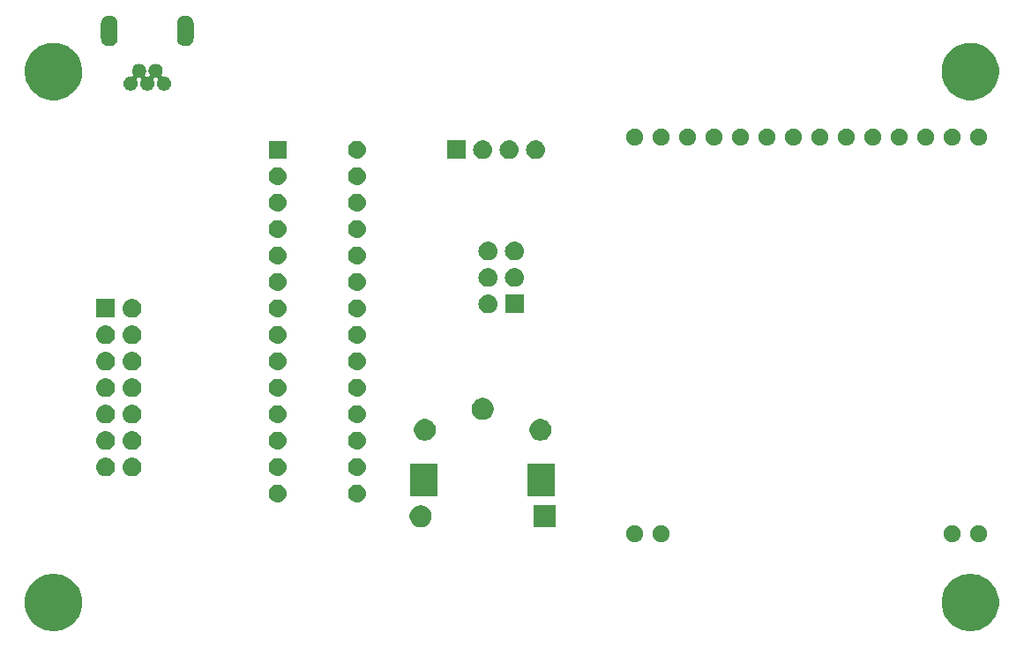
<source format=gbs>
%TF.GenerationSoftware,KiCad,Pcbnew,5.0.2+dfsg1-1*%
%TF.CreationDate,2021-08-11T18:46:01+02:00*%
%TF.ProjectId,clock_gen,636c6f63-6b5f-4676-956e-2e6b69636164,rev?*%
%TF.SameCoordinates,Original*%
%TF.FileFunction,Soldermask,Bot*%
%TF.FilePolarity,Negative*%
%FSLAX46Y46*%
G04 Gerber Fmt 4.6, Leading zero omitted, Abs format (unit mm)*
G04 Created by KiCad (PCBNEW 5.0.2+dfsg1-1) date Wed 11 Aug 2021 06:46:01 PM CEST*
%MOMM*%
%LPD*%
G01*
G04 APERTURE LIST*
%ADD10C,0.100000*%
G04 APERTURE END LIST*
D10*
G36*
X190506093Y-117875859D02*
X190771837Y-117928719D01*
X191272487Y-118136095D01*
X191720022Y-118435129D01*
X191723063Y-118437161D01*
X192106239Y-118820337D01*
X192106241Y-118820340D01*
X192407305Y-119270913D01*
X192614681Y-119771563D01*
X192720400Y-120303050D01*
X192720400Y-120844950D01*
X192614681Y-121376437D01*
X192407305Y-121877087D01*
X192108271Y-122324622D01*
X192106239Y-122327663D01*
X191723063Y-122710839D01*
X191723060Y-122710841D01*
X191272487Y-123011905D01*
X190771837Y-123219281D01*
X190506093Y-123272141D01*
X190240351Y-123325000D01*
X189698449Y-123325000D01*
X189432707Y-123272141D01*
X189166963Y-123219281D01*
X188666313Y-123011905D01*
X188215740Y-122710841D01*
X188215737Y-122710839D01*
X187832561Y-122327663D01*
X187830529Y-122324622D01*
X187531495Y-121877087D01*
X187324119Y-121376437D01*
X187218400Y-120844950D01*
X187218400Y-120303050D01*
X187324119Y-119771563D01*
X187531495Y-119270913D01*
X187832559Y-118820340D01*
X187832561Y-118820337D01*
X188215737Y-118437161D01*
X188218778Y-118435129D01*
X188666313Y-118136095D01*
X189166963Y-117928719D01*
X189432707Y-117875859D01*
X189698449Y-117823000D01*
X190240351Y-117823000D01*
X190506093Y-117875859D01*
X190506093Y-117875859D01*
G37*
G36*
X102506093Y-117875859D02*
X102771837Y-117928719D01*
X103272487Y-118136095D01*
X103720022Y-118435129D01*
X103723063Y-118437161D01*
X104106239Y-118820337D01*
X104106241Y-118820340D01*
X104407305Y-119270913D01*
X104614681Y-119771563D01*
X104720400Y-120303050D01*
X104720400Y-120844950D01*
X104614681Y-121376437D01*
X104407305Y-121877087D01*
X104108271Y-122324622D01*
X104106239Y-122327663D01*
X103723063Y-122710839D01*
X103723060Y-122710841D01*
X103272487Y-123011905D01*
X102771837Y-123219281D01*
X102506093Y-123272141D01*
X102240351Y-123325000D01*
X101698449Y-123325000D01*
X101432707Y-123272141D01*
X101166963Y-123219281D01*
X100666313Y-123011905D01*
X100215740Y-122710841D01*
X100215737Y-122710839D01*
X99832561Y-122327663D01*
X99830529Y-122324622D01*
X99531495Y-121877087D01*
X99324119Y-121376437D01*
X99218400Y-120844950D01*
X99218400Y-120303050D01*
X99324119Y-119771563D01*
X99531495Y-119270913D01*
X99832559Y-118820340D01*
X99832561Y-118820337D01*
X100215737Y-118437161D01*
X100218778Y-118435129D01*
X100666313Y-118136095D01*
X101166963Y-117928719D01*
X101432707Y-117875859D01*
X101698449Y-117823000D01*
X102240351Y-117823000D01*
X102506093Y-117875859D01*
X102506093Y-117875859D01*
G37*
G36*
X191016542Y-113192242D02*
X191164502Y-113253530D01*
X191231530Y-113298317D01*
X191293914Y-113340000D01*
X191297658Y-113342502D01*
X191410898Y-113455742D01*
X191499870Y-113588898D01*
X191561158Y-113736858D01*
X191592400Y-113893925D01*
X191592400Y-114054075D01*
X191561158Y-114211142D01*
X191499870Y-114359102D01*
X191410898Y-114492258D01*
X191297658Y-114605498D01*
X191164502Y-114694470D01*
X191016542Y-114755758D01*
X190859475Y-114787000D01*
X190699325Y-114787000D01*
X190542258Y-114755758D01*
X190394298Y-114694470D01*
X190261142Y-114605498D01*
X190147902Y-114492258D01*
X190058930Y-114359102D01*
X189997642Y-114211142D01*
X189966400Y-114054075D01*
X189966400Y-113893925D01*
X189997642Y-113736858D01*
X190058930Y-113588898D01*
X190147902Y-113455742D01*
X190261142Y-113342502D01*
X190264887Y-113340000D01*
X190327270Y-113298317D01*
X190394298Y-113253530D01*
X190542258Y-113192242D01*
X190699325Y-113161000D01*
X190859475Y-113161000D01*
X191016542Y-113192242D01*
X191016542Y-113192242D01*
G37*
G36*
X160536542Y-113192242D02*
X160684502Y-113253530D01*
X160751530Y-113298317D01*
X160813914Y-113340000D01*
X160817658Y-113342502D01*
X160930898Y-113455742D01*
X161019870Y-113588898D01*
X161081158Y-113736858D01*
X161112400Y-113893925D01*
X161112400Y-114054075D01*
X161081158Y-114211142D01*
X161019870Y-114359102D01*
X160930898Y-114492258D01*
X160817658Y-114605498D01*
X160684502Y-114694470D01*
X160536542Y-114755758D01*
X160379475Y-114787000D01*
X160219325Y-114787000D01*
X160062258Y-114755758D01*
X159914298Y-114694470D01*
X159781142Y-114605498D01*
X159667902Y-114492258D01*
X159578930Y-114359102D01*
X159517642Y-114211142D01*
X159486400Y-114054075D01*
X159486400Y-113893925D01*
X159517642Y-113736858D01*
X159578930Y-113588898D01*
X159667902Y-113455742D01*
X159781142Y-113342502D01*
X159784887Y-113340000D01*
X159847270Y-113298317D01*
X159914298Y-113253530D01*
X160062258Y-113192242D01*
X160219325Y-113161000D01*
X160379475Y-113161000D01*
X160536542Y-113192242D01*
X160536542Y-113192242D01*
G37*
G36*
X188476542Y-113192242D02*
X188624502Y-113253530D01*
X188691530Y-113298317D01*
X188753914Y-113340000D01*
X188757658Y-113342502D01*
X188870898Y-113455742D01*
X188959870Y-113588898D01*
X189021158Y-113736858D01*
X189052400Y-113893925D01*
X189052400Y-114054075D01*
X189021158Y-114211142D01*
X188959870Y-114359102D01*
X188870898Y-114492258D01*
X188757658Y-114605498D01*
X188624502Y-114694470D01*
X188476542Y-114755758D01*
X188319475Y-114787000D01*
X188159325Y-114787000D01*
X188002258Y-114755758D01*
X187854298Y-114694470D01*
X187721142Y-114605498D01*
X187607902Y-114492258D01*
X187518930Y-114359102D01*
X187457642Y-114211142D01*
X187426400Y-114054075D01*
X187426400Y-113893925D01*
X187457642Y-113736858D01*
X187518930Y-113588898D01*
X187607902Y-113455742D01*
X187721142Y-113342502D01*
X187724887Y-113340000D01*
X187787270Y-113298317D01*
X187854298Y-113253530D01*
X188002258Y-113192242D01*
X188159325Y-113161000D01*
X188319475Y-113161000D01*
X188476542Y-113192242D01*
X188476542Y-113192242D01*
G37*
G36*
X157996542Y-113192242D02*
X158144502Y-113253530D01*
X158211530Y-113298317D01*
X158273914Y-113340000D01*
X158277658Y-113342502D01*
X158390898Y-113455742D01*
X158479870Y-113588898D01*
X158541158Y-113736858D01*
X158572400Y-113893925D01*
X158572400Y-114054075D01*
X158541158Y-114211142D01*
X158479870Y-114359102D01*
X158390898Y-114492258D01*
X158277658Y-114605498D01*
X158144502Y-114694470D01*
X157996542Y-114755758D01*
X157839475Y-114787000D01*
X157679325Y-114787000D01*
X157522258Y-114755758D01*
X157374298Y-114694470D01*
X157241142Y-114605498D01*
X157127902Y-114492258D01*
X157038930Y-114359102D01*
X156977642Y-114211142D01*
X156946400Y-114054075D01*
X156946400Y-113893925D01*
X156977642Y-113736858D01*
X157038930Y-113588898D01*
X157127902Y-113455742D01*
X157241142Y-113342502D01*
X157244887Y-113340000D01*
X157307270Y-113298317D01*
X157374298Y-113253530D01*
X157522258Y-113192242D01*
X157679325Y-113161000D01*
X157839475Y-113161000D01*
X157996542Y-113192242D01*
X157996542Y-113192242D01*
G37*
G36*
X150155400Y-113340000D02*
X148053400Y-113340000D01*
X148053400Y-111238000D01*
X150155400Y-111238000D01*
X150155400Y-113340000D01*
X150155400Y-113340000D01*
G37*
G36*
X137510965Y-111278389D02*
X137702234Y-111357615D01*
X137874376Y-111472637D01*
X138020763Y-111619024D01*
X138135785Y-111791166D01*
X138215011Y-111982435D01*
X138255400Y-112185484D01*
X138255400Y-112392516D01*
X138215011Y-112595565D01*
X138135785Y-112786834D01*
X138020763Y-112958976D01*
X137874376Y-113105363D01*
X137702234Y-113220385D01*
X137510965Y-113299611D01*
X137307916Y-113340000D01*
X137100884Y-113340000D01*
X136897835Y-113299611D01*
X136706566Y-113220385D01*
X136534424Y-113105363D01*
X136388037Y-112958976D01*
X136273015Y-112786834D01*
X136193789Y-112595565D01*
X136153400Y-112392516D01*
X136153400Y-112185484D01*
X136193789Y-111982435D01*
X136273015Y-111791166D01*
X136388037Y-111619024D01*
X136534424Y-111472637D01*
X136706566Y-111357615D01*
X136897835Y-111278389D01*
X137100884Y-111238000D01*
X137307916Y-111238000D01*
X137510965Y-111278389D01*
X137510965Y-111278389D01*
G37*
G36*
X123636221Y-109270313D02*
X123636224Y-109270314D01*
X123636225Y-109270314D01*
X123796639Y-109318975D01*
X123796641Y-109318976D01*
X123796644Y-109318977D01*
X123944478Y-109397995D01*
X124074059Y-109504341D01*
X124180405Y-109633922D01*
X124259423Y-109781756D01*
X124308087Y-109942179D01*
X124324517Y-110109000D01*
X124308087Y-110275821D01*
X124259423Y-110436244D01*
X124180405Y-110584078D01*
X124074059Y-110713659D01*
X123944478Y-110820005D01*
X123796644Y-110899023D01*
X123796641Y-110899024D01*
X123796639Y-110899025D01*
X123636225Y-110947686D01*
X123636224Y-110947686D01*
X123636221Y-110947687D01*
X123511204Y-110960000D01*
X123427596Y-110960000D01*
X123302579Y-110947687D01*
X123302576Y-110947686D01*
X123302575Y-110947686D01*
X123142161Y-110899025D01*
X123142159Y-110899024D01*
X123142156Y-110899023D01*
X122994322Y-110820005D01*
X122864741Y-110713659D01*
X122758395Y-110584078D01*
X122679377Y-110436244D01*
X122630713Y-110275821D01*
X122614283Y-110109000D01*
X122630713Y-109942179D01*
X122679377Y-109781756D01*
X122758395Y-109633922D01*
X122864741Y-109504341D01*
X122994322Y-109397995D01*
X123142156Y-109318977D01*
X123142159Y-109318976D01*
X123142161Y-109318975D01*
X123302575Y-109270314D01*
X123302576Y-109270314D01*
X123302579Y-109270313D01*
X123427596Y-109258000D01*
X123511204Y-109258000D01*
X123636221Y-109270313D01*
X123636221Y-109270313D01*
G37*
G36*
X131256221Y-109270313D02*
X131256224Y-109270314D01*
X131256225Y-109270314D01*
X131416639Y-109318975D01*
X131416641Y-109318976D01*
X131416644Y-109318977D01*
X131564478Y-109397995D01*
X131694059Y-109504341D01*
X131800405Y-109633922D01*
X131879423Y-109781756D01*
X131928087Y-109942179D01*
X131944517Y-110109000D01*
X131928087Y-110275821D01*
X131879423Y-110436244D01*
X131800405Y-110584078D01*
X131694059Y-110713659D01*
X131564478Y-110820005D01*
X131416644Y-110899023D01*
X131416641Y-110899024D01*
X131416639Y-110899025D01*
X131256225Y-110947686D01*
X131256224Y-110947686D01*
X131256221Y-110947687D01*
X131131204Y-110960000D01*
X131047596Y-110960000D01*
X130922579Y-110947687D01*
X130922576Y-110947686D01*
X130922575Y-110947686D01*
X130762161Y-110899025D01*
X130762159Y-110899024D01*
X130762156Y-110899023D01*
X130614322Y-110820005D01*
X130484741Y-110713659D01*
X130378395Y-110584078D01*
X130299377Y-110436244D01*
X130250713Y-110275821D01*
X130234283Y-110109000D01*
X130250713Y-109942179D01*
X130299377Y-109781756D01*
X130378395Y-109633922D01*
X130484741Y-109504341D01*
X130614322Y-109397995D01*
X130762156Y-109318977D01*
X130762159Y-109318976D01*
X130762161Y-109318975D01*
X130922575Y-109270314D01*
X130922576Y-109270314D01*
X130922579Y-109270313D01*
X131047596Y-109258000D01*
X131131204Y-109258000D01*
X131256221Y-109270313D01*
X131256221Y-109270313D01*
G37*
G36*
X138830400Y-110390000D02*
X136228400Y-110390000D01*
X136228400Y-107288000D01*
X138830400Y-107288000D01*
X138830400Y-110390000D01*
X138830400Y-110390000D01*
G37*
G36*
X150080400Y-110390000D02*
X147478400Y-110390000D01*
X147478400Y-107288000D01*
X150080400Y-107288000D01*
X150080400Y-110390000D01*
X150080400Y-110390000D01*
G37*
G36*
X109609842Y-106674518D02*
X109676027Y-106681037D01*
X109789253Y-106715384D01*
X109845867Y-106732557D01*
X109932711Y-106778977D01*
X110002391Y-106816222D01*
X110038129Y-106845552D01*
X110139586Y-106928814D01*
X110222848Y-107030271D01*
X110252178Y-107066009D01*
X110252179Y-107066011D01*
X110335843Y-107222533D01*
X110353016Y-107279147D01*
X110387363Y-107392373D01*
X110404759Y-107569000D01*
X110387363Y-107745627D01*
X110353016Y-107858853D01*
X110335843Y-107915467D01*
X110267098Y-108044078D01*
X110252178Y-108071991D01*
X110222848Y-108107729D01*
X110139586Y-108209186D01*
X110038129Y-108292448D01*
X110002391Y-108321778D01*
X110002389Y-108321779D01*
X109845867Y-108405443D01*
X109838469Y-108407687D01*
X109676027Y-108456963D01*
X109609842Y-108463482D01*
X109543660Y-108470000D01*
X109455140Y-108470000D01*
X109388958Y-108463482D01*
X109322773Y-108456963D01*
X109160331Y-108407687D01*
X109152933Y-108405443D01*
X108996411Y-108321779D01*
X108996409Y-108321778D01*
X108960671Y-108292448D01*
X108859214Y-108209186D01*
X108775952Y-108107729D01*
X108746622Y-108071991D01*
X108731702Y-108044078D01*
X108662957Y-107915467D01*
X108645784Y-107858853D01*
X108611437Y-107745627D01*
X108594041Y-107569000D01*
X108611437Y-107392373D01*
X108645784Y-107279147D01*
X108662957Y-107222533D01*
X108746621Y-107066011D01*
X108746622Y-107066009D01*
X108775952Y-107030271D01*
X108859214Y-106928814D01*
X108960671Y-106845552D01*
X108996409Y-106816222D01*
X109066089Y-106778977D01*
X109152933Y-106732557D01*
X109209547Y-106715384D01*
X109322773Y-106681037D01*
X109388958Y-106674518D01*
X109455140Y-106668000D01*
X109543660Y-106668000D01*
X109609842Y-106674518D01*
X109609842Y-106674518D01*
G37*
G36*
X107069842Y-106674518D02*
X107136027Y-106681037D01*
X107249253Y-106715384D01*
X107305867Y-106732557D01*
X107392711Y-106778977D01*
X107462391Y-106816222D01*
X107498129Y-106845552D01*
X107599586Y-106928814D01*
X107682848Y-107030271D01*
X107712178Y-107066009D01*
X107712179Y-107066011D01*
X107795843Y-107222533D01*
X107813016Y-107279147D01*
X107847363Y-107392373D01*
X107864759Y-107569000D01*
X107847363Y-107745627D01*
X107813016Y-107858853D01*
X107795843Y-107915467D01*
X107727098Y-108044078D01*
X107712178Y-108071991D01*
X107682848Y-108107729D01*
X107599586Y-108209186D01*
X107498129Y-108292448D01*
X107462391Y-108321778D01*
X107462389Y-108321779D01*
X107305867Y-108405443D01*
X107298469Y-108407687D01*
X107136027Y-108456963D01*
X107069842Y-108463482D01*
X107003660Y-108470000D01*
X106915140Y-108470000D01*
X106848958Y-108463482D01*
X106782773Y-108456963D01*
X106620331Y-108407687D01*
X106612933Y-108405443D01*
X106456411Y-108321779D01*
X106456409Y-108321778D01*
X106420671Y-108292448D01*
X106319214Y-108209186D01*
X106235952Y-108107729D01*
X106206622Y-108071991D01*
X106191702Y-108044078D01*
X106122957Y-107915467D01*
X106105784Y-107858853D01*
X106071437Y-107745627D01*
X106054041Y-107569000D01*
X106071437Y-107392373D01*
X106105784Y-107279147D01*
X106122957Y-107222533D01*
X106206621Y-107066011D01*
X106206622Y-107066009D01*
X106235952Y-107030271D01*
X106319214Y-106928814D01*
X106420671Y-106845552D01*
X106456409Y-106816222D01*
X106526089Y-106778977D01*
X106612933Y-106732557D01*
X106669547Y-106715384D01*
X106782773Y-106681037D01*
X106848958Y-106674518D01*
X106915140Y-106668000D01*
X107003660Y-106668000D01*
X107069842Y-106674518D01*
X107069842Y-106674518D01*
G37*
G36*
X123636221Y-106730313D02*
X123636224Y-106730314D01*
X123636225Y-106730314D01*
X123796639Y-106778975D01*
X123796641Y-106778976D01*
X123796644Y-106778977D01*
X123944478Y-106857995D01*
X124074059Y-106964341D01*
X124180405Y-107093922D01*
X124259423Y-107241756D01*
X124259424Y-107241759D01*
X124259425Y-107241761D01*
X124305113Y-107392375D01*
X124308087Y-107402179D01*
X124324517Y-107569000D01*
X124308087Y-107735821D01*
X124308086Y-107735824D01*
X124308086Y-107735825D01*
X124305113Y-107745627D01*
X124259423Y-107896244D01*
X124180405Y-108044078D01*
X124074059Y-108173659D01*
X123944478Y-108280005D01*
X123796644Y-108359023D01*
X123796641Y-108359024D01*
X123796639Y-108359025D01*
X123636225Y-108407686D01*
X123636224Y-108407686D01*
X123636221Y-108407687D01*
X123511204Y-108420000D01*
X123427596Y-108420000D01*
X123302579Y-108407687D01*
X123302576Y-108407686D01*
X123302575Y-108407686D01*
X123142161Y-108359025D01*
X123142159Y-108359024D01*
X123142156Y-108359023D01*
X122994322Y-108280005D01*
X122864741Y-108173659D01*
X122758395Y-108044078D01*
X122679377Y-107896244D01*
X122633688Y-107745627D01*
X122630714Y-107735825D01*
X122630714Y-107735824D01*
X122630713Y-107735821D01*
X122614283Y-107569000D01*
X122630713Y-107402179D01*
X122633687Y-107392375D01*
X122679375Y-107241761D01*
X122679376Y-107241759D01*
X122679377Y-107241756D01*
X122758395Y-107093922D01*
X122864741Y-106964341D01*
X122994322Y-106857995D01*
X123142156Y-106778977D01*
X123142159Y-106778976D01*
X123142161Y-106778975D01*
X123302575Y-106730314D01*
X123302576Y-106730314D01*
X123302579Y-106730313D01*
X123427596Y-106718000D01*
X123511204Y-106718000D01*
X123636221Y-106730313D01*
X123636221Y-106730313D01*
G37*
G36*
X131256221Y-106730313D02*
X131256224Y-106730314D01*
X131256225Y-106730314D01*
X131416639Y-106778975D01*
X131416641Y-106778976D01*
X131416644Y-106778977D01*
X131564478Y-106857995D01*
X131694059Y-106964341D01*
X131800405Y-107093922D01*
X131879423Y-107241756D01*
X131879424Y-107241759D01*
X131879425Y-107241761D01*
X131925113Y-107392375D01*
X131928087Y-107402179D01*
X131944517Y-107569000D01*
X131928087Y-107735821D01*
X131928086Y-107735824D01*
X131928086Y-107735825D01*
X131925113Y-107745627D01*
X131879423Y-107896244D01*
X131800405Y-108044078D01*
X131694059Y-108173659D01*
X131564478Y-108280005D01*
X131416644Y-108359023D01*
X131416641Y-108359024D01*
X131416639Y-108359025D01*
X131256225Y-108407686D01*
X131256224Y-108407686D01*
X131256221Y-108407687D01*
X131131204Y-108420000D01*
X131047596Y-108420000D01*
X130922579Y-108407687D01*
X130922576Y-108407686D01*
X130922575Y-108407686D01*
X130762161Y-108359025D01*
X130762159Y-108359024D01*
X130762156Y-108359023D01*
X130614322Y-108280005D01*
X130484741Y-108173659D01*
X130378395Y-108044078D01*
X130299377Y-107896244D01*
X130253688Y-107745627D01*
X130250714Y-107735825D01*
X130250714Y-107735824D01*
X130250713Y-107735821D01*
X130234283Y-107569000D01*
X130250713Y-107402179D01*
X130253687Y-107392375D01*
X130299375Y-107241761D01*
X130299376Y-107241759D01*
X130299377Y-107241756D01*
X130378395Y-107093922D01*
X130484741Y-106964341D01*
X130614322Y-106857995D01*
X130762156Y-106778977D01*
X130762159Y-106778976D01*
X130762161Y-106778975D01*
X130922575Y-106730314D01*
X130922576Y-106730314D01*
X130922579Y-106730313D01*
X131047596Y-106718000D01*
X131131204Y-106718000D01*
X131256221Y-106730313D01*
X131256221Y-106730313D01*
G37*
G36*
X107069843Y-104134519D02*
X107136027Y-104141037D01*
X107249253Y-104175384D01*
X107305867Y-104192557D01*
X107392711Y-104238977D01*
X107462391Y-104276222D01*
X107485960Y-104295565D01*
X107599586Y-104388814D01*
X107680028Y-104486834D01*
X107712178Y-104526009D01*
X107712179Y-104526011D01*
X107795843Y-104682533D01*
X107813016Y-104739147D01*
X107847363Y-104852373D01*
X107864759Y-105029000D01*
X107847363Y-105205627D01*
X107813016Y-105318853D01*
X107795843Y-105375467D01*
X107727098Y-105504078D01*
X107712178Y-105531991D01*
X107682848Y-105567729D01*
X107599586Y-105669186D01*
X107498129Y-105752448D01*
X107462391Y-105781778D01*
X107462389Y-105781779D01*
X107305867Y-105865443D01*
X107298469Y-105867687D01*
X107136027Y-105916963D01*
X107069843Y-105923481D01*
X107003660Y-105930000D01*
X106915140Y-105930000D01*
X106848957Y-105923481D01*
X106782773Y-105916963D01*
X106620331Y-105867687D01*
X106612933Y-105865443D01*
X106456411Y-105781779D01*
X106456409Y-105781778D01*
X106420671Y-105752448D01*
X106319214Y-105669186D01*
X106235952Y-105567729D01*
X106206622Y-105531991D01*
X106191702Y-105504078D01*
X106122957Y-105375467D01*
X106105784Y-105318853D01*
X106071437Y-105205627D01*
X106054041Y-105029000D01*
X106071437Y-104852373D01*
X106105784Y-104739147D01*
X106122957Y-104682533D01*
X106206621Y-104526011D01*
X106206622Y-104526009D01*
X106238772Y-104486834D01*
X106319214Y-104388814D01*
X106432840Y-104295565D01*
X106456409Y-104276222D01*
X106526089Y-104238977D01*
X106612933Y-104192557D01*
X106669547Y-104175384D01*
X106782773Y-104141037D01*
X106848957Y-104134519D01*
X106915140Y-104128000D01*
X107003660Y-104128000D01*
X107069843Y-104134519D01*
X107069843Y-104134519D01*
G37*
G36*
X109609843Y-104134519D02*
X109676027Y-104141037D01*
X109789253Y-104175384D01*
X109845867Y-104192557D01*
X109932711Y-104238977D01*
X110002391Y-104276222D01*
X110025960Y-104295565D01*
X110139586Y-104388814D01*
X110220028Y-104486834D01*
X110252178Y-104526009D01*
X110252179Y-104526011D01*
X110335843Y-104682533D01*
X110353016Y-104739147D01*
X110387363Y-104852373D01*
X110404759Y-105029000D01*
X110387363Y-105205627D01*
X110353016Y-105318853D01*
X110335843Y-105375467D01*
X110267098Y-105504078D01*
X110252178Y-105531991D01*
X110222848Y-105567729D01*
X110139586Y-105669186D01*
X110038129Y-105752448D01*
X110002391Y-105781778D01*
X110002389Y-105781779D01*
X109845867Y-105865443D01*
X109838469Y-105867687D01*
X109676027Y-105916963D01*
X109609843Y-105923481D01*
X109543660Y-105930000D01*
X109455140Y-105930000D01*
X109388957Y-105923481D01*
X109322773Y-105916963D01*
X109160331Y-105867687D01*
X109152933Y-105865443D01*
X108996411Y-105781779D01*
X108996409Y-105781778D01*
X108960671Y-105752448D01*
X108859214Y-105669186D01*
X108775952Y-105567729D01*
X108746622Y-105531991D01*
X108731702Y-105504078D01*
X108662957Y-105375467D01*
X108645784Y-105318853D01*
X108611437Y-105205627D01*
X108594041Y-105029000D01*
X108611437Y-104852373D01*
X108645784Y-104739147D01*
X108662957Y-104682533D01*
X108746621Y-104526011D01*
X108746622Y-104526009D01*
X108778772Y-104486834D01*
X108859214Y-104388814D01*
X108972840Y-104295565D01*
X108996409Y-104276222D01*
X109066089Y-104238977D01*
X109152933Y-104192557D01*
X109209547Y-104175384D01*
X109322773Y-104141037D01*
X109388957Y-104134519D01*
X109455140Y-104128000D01*
X109543660Y-104128000D01*
X109609843Y-104134519D01*
X109609843Y-104134519D01*
G37*
G36*
X123636221Y-104190313D02*
X123636224Y-104190314D01*
X123636225Y-104190314D01*
X123796639Y-104238975D01*
X123796641Y-104238976D01*
X123796644Y-104238977D01*
X123944478Y-104317995D01*
X124074059Y-104424341D01*
X124180405Y-104553922D01*
X124259423Y-104701756D01*
X124259424Y-104701759D01*
X124259425Y-104701761D01*
X124305113Y-104852375D01*
X124308087Y-104862179D01*
X124324517Y-105029000D01*
X124308087Y-105195821D01*
X124308086Y-105195824D01*
X124308086Y-105195825D01*
X124305113Y-105205627D01*
X124259423Y-105356244D01*
X124180405Y-105504078D01*
X124074059Y-105633659D01*
X123944478Y-105740005D01*
X123796644Y-105819023D01*
X123796641Y-105819024D01*
X123796639Y-105819025D01*
X123636225Y-105867686D01*
X123636224Y-105867686D01*
X123636221Y-105867687D01*
X123511204Y-105880000D01*
X123427596Y-105880000D01*
X123302579Y-105867687D01*
X123302576Y-105867686D01*
X123302575Y-105867686D01*
X123142161Y-105819025D01*
X123142159Y-105819024D01*
X123142156Y-105819023D01*
X122994322Y-105740005D01*
X122864741Y-105633659D01*
X122758395Y-105504078D01*
X122679377Y-105356244D01*
X122633688Y-105205627D01*
X122630714Y-105195825D01*
X122630714Y-105195824D01*
X122630713Y-105195821D01*
X122614283Y-105029000D01*
X122630713Y-104862179D01*
X122633687Y-104852375D01*
X122679375Y-104701761D01*
X122679376Y-104701759D01*
X122679377Y-104701756D01*
X122758395Y-104553922D01*
X122864741Y-104424341D01*
X122994322Y-104317995D01*
X123142156Y-104238977D01*
X123142159Y-104238976D01*
X123142161Y-104238975D01*
X123302575Y-104190314D01*
X123302576Y-104190314D01*
X123302579Y-104190313D01*
X123427596Y-104178000D01*
X123511204Y-104178000D01*
X123636221Y-104190313D01*
X123636221Y-104190313D01*
G37*
G36*
X131256221Y-104190313D02*
X131256224Y-104190314D01*
X131256225Y-104190314D01*
X131416639Y-104238975D01*
X131416641Y-104238976D01*
X131416644Y-104238977D01*
X131564478Y-104317995D01*
X131694059Y-104424341D01*
X131800405Y-104553922D01*
X131879423Y-104701756D01*
X131879424Y-104701759D01*
X131879425Y-104701761D01*
X131925113Y-104852375D01*
X131928087Y-104862179D01*
X131944517Y-105029000D01*
X131928087Y-105195821D01*
X131928086Y-105195824D01*
X131928086Y-105195825D01*
X131925113Y-105205627D01*
X131879423Y-105356244D01*
X131800405Y-105504078D01*
X131694059Y-105633659D01*
X131564478Y-105740005D01*
X131416644Y-105819023D01*
X131416641Y-105819024D01*
X131416639Y-105819025D01*
X131256225Y-105867686D01*
X131256224Y-105867686D01*
X131256221Y-105867687D01*
X131131204Y-105880000D01*
X131047596Y-105880000D01*
X130922579Y-105867687D01*
X130922576Y-105867686D01*
X130922575Y-105867686D01*
X130762161Y-105819025D01*
X130762159Y-105819024D01*
X130762156Y-105819023D01*
X130614322Y-105740005D01*
X130484741Y-105633659D01*
X130378395Y-105504078D01*
X130299377Y-105356244D01*
X130253688Y-105205627D01*
X130250714Y-105195825D01*
X130250714Y-105195824D01*
X130250713Y-105195821D01*
X130234283Y-105029000D01*
X130250713Y-104862179D01*
X130253687Y-104852375D01*
X130299375Y-104701761D01*
X130299376Y-104701759D01*
X130299377Y-104701756D01*
X130378395Y-104553922D01*
X130484741Y-104424341D01*
X130614322Y-104317995D01*
X130762156Y-104238977D01*
X130762159Y-104238976D01*
X130762161Y-104238975D01*
X130922575Y-104190314D01*
X130922576Y-104190314D01*
X130922579Y-104190313D01*
X131047596Y-104178000D01*
X131131204Y-104178000D01*
X131256221Y-104190313D01*
X131256221Y-104190313D01*
G37*
G36*
X149010965Y-102978389D02*
X149202234Y-103057615D01*
X149374376Y-103172637D01*
X149520763Y-103319024D01*
X149635785Y-103491166D01*
X149715011Y-103682435D01*
X149755400Y-103885484D01*
X149755400Y-104092516D01*
X149715011Y-104295565D01*
X149635785Y-104486834D01*
X149520763Y-104658976D01*
X149374376Y-104805363D01*
X149202234Y-104920385D01*
X149010965Y-104999611D01*
X148807916Y-105040000D01*
X148600884Y-105040000D01*
X148397835Y-104999611D01*
X148206566Y-104920385D01*
X148034424Y-104805363D01*
X147888037Y-104658976D01*
X147773015Y-104486834D01*
X147693789Y-104295565D01*
X147653400Y-104092516D01*
X147653400Y-103885484D01*
X147693789Y-103682435D01*
X147773015Y-103491166D01*
X147888037Y-103319024D01*
X148034424Y-103172637D01*
X148206566Y-103057615D01*
X148397835Y-102978389D01*
X148600884Y-102938000D01*
X148807916Y-102938000D01*
X149010965Y-102978389D01*
X149010965Y-102978389D01*
G37*
G36*
X137910965Y-102978389D02*
X138102234Y-103057615D01*
X138274376Y-103172637D01*
X138420763Y-103319024D01*
X138535785Y-103491166D01*
X138615011Y-103682435D01*
X138655400Y-103885484D01*
X138655400Y-104092516D01*
X138615011Y-104295565D01*
X138535785Y-104486834D01*
X138420763Y-104658976D01*
X138274376Y-104805363D01*
X138102234Y-104920385D01*
X137910965Y-104999611D01*
X137707916Y-105040000D01*
X137500884Y-105040000D01*
X137297835Y-104999611D01*
X137106566Y-104920385D01*
X136934424Y-104805363D01*
X136788037Y-104658976D01*
X136673015Y-104486834D01*
X136593789Y-104295565D01*
X136553400Y-104092516D01*
X136553400Y-103885484D01*
X136593789Y-103682435D01*
X136673015Y-103491166D01*
X136788037Y-103319024D01*
X136934424Y-103172637D01*
X137106566Y-103057615D01*
X137297835Y-102978389D01*
X137500884Y-102938000D01*
X137707916Y-102938000D01*
X137910965Y-102978389D01*
X137910965Y-102978389D01*
G37*
G36*
X109609843Y-101594519D02*
X109676027Y-101601037D01*
X109789253Y-101635384D01*
X109845867Y-101652557D01*
X109932711Y-101698977D01*
X110002391Y-101736222D01*
X110038129Y-101765552D01*
X110139586Y-101848814D01*
X110222848Y-101950271D01*
X110252178Y-101986009D01*
X110252179Y-101986011D01*
X110335843Y-102142533D01*
X110353016Y-102199147D01*
X110387363Y-102312373D01*
X110404759Y-102489000D01*
X110387363Y-102665627D01*
X110353016Y-102778853D01*
X110335843Y-102835467D01*
X110281037Y-102938000D01*
X110252178Y-102991991D01*
X110245925Y-102999610D01*
X110139586Y-103129186D01*
X110038129Y-103212448D01*
X110002391Y-103241778D01*
X110002389Y-103241779D01*
X109845867Y-103325443D01*
X109838469Y-103327687D01*
X109676027Y-103376963D01*
X109609843Y-103383481D01*
X109543660Y-103390000D01*
X109455140Y-103390000D01*
X109388957Y-103383481D01*
X109322773Y-103376963D01*
X109160331Y-103327687D01*
X109152933Y-103325443D01*
X108996411Y-103241779D01*
X108996409Y-103241778D01*
X108960671Y-103212448D01*
X108859214Y-103129186D01*
X108752875Y-102999610D01*
X108746622Y-102991991D01*
X108717763Y-102938000D01*
X108662957Y-102835467D01*
X108645784Y-102778853D01*
X108611437Y-102665627D01*
X108594041Y-102489000D01*
X108611437Y-102312373D01*
X108645784Y-102199147D01*
X108662957Y-102142533D01*
X108746621Y-101986011D01*
X108746622Y-101986009D01*
X108775952Y-101950271D01*
X108859214Y-101848814D01*
X108960671Y-101765552D01*
X108996409Y-101736222D01*
X109066089Y-101698977D01*
X109152933Y-101652557D01*
X109209547Y-101635384D01*
X109322773Y-101601037D01*
X109388957Y-101594519D01*
X109455140Y-101588000D01*
X109543660Y-101588000D01*
X109609843Y-101594519D01*
X109609843Y-101594519D01*
G37*
G36*
X107069843Y-101594519D02*
X107136027Y-101601037D01*
X107249253Y-101635384D01*
X107305867Y-101652557D01*
X107392711Y-101698977D01*
X107462391Y-101736222D01*
X107498129Y-101765552D01*
X107599586Y-101848814D01*
X107682848Y-101950271D01*
X107712178Y-101986009D01*
X107712179Y-101986011D01*
X107795843Y-102142533D01*
X107813016Y-102199147D01*
X107847363Y-102312373D01*
X107864759Y-102489000D01*
X107847363Y-102665627D01*
X107813016Y-102778853D01*
X107795843Y-102835467D01*
X107741037Y-102938000D01*
X107712178Y-102991991D01*
X107705925Y-102999610D01*
X107599586Y-103129186D01*
X107498129Y-103212448D01*
X107462391Y-103241778D01*
X107462389Y-103241779D01*
X107305867Y-103325443D01*
X107298469Y-103327687D01*
X107136027Y-103376963D01*
X107069843Y-103383481D01*
X107003660Y-103390000D01*
X106915140Y-103390000D01*
X106848957Y-103383481D01*
X106782773Y-103376963D01*
X106620331Y-103327687D01*
X106612933Y-103325443D01*
X106456411Y-103241779D01*
X106456409Y-103241778D01*
X106420671Y-103212448D01*
X106319214Y-103129186D01*
X106212875Y-102999610D01*
X106206622Y-102991991D01*
X106177763Y-102938000D01*
X106122957Y-102835467D01*
X106105784Y-102778853D01*
X106071437Y-102665627D01*
X106054041Y-102489000D01*
X106071437Y-102312373D01*
X106105784Y-102199147D01*
X106122957Y-102142533D01*
X106206621Y-101986011D01*
X106206622Y-101986009D01*
X106235952Y-101950271D01*
X106319214Y-101848814D01*
X106420671Y-101765552D01*
X106456409Y-101736222D01*
X106526089Y-101698977D01*
X106612933Y-101652557D01*
X106669547Y-101635384D01*
X106782773Y-101601037D01*
X106848957Y-101594519D01*
X106915140Y-101588000D01*
X107003660Y-101588000D01*
X107069843Y-101594519D01*
X107069843Y-101594519D01*
G37*
G36*
X131256221Y-101650313D02*
X131256224Y-101650314D01*
X131256225Y-101650314D01*
X131416639Y-101698975D01*
X131416641Y-101698976D01*
X131416644Y-101698977D01*
X131564478Y-101777995D01*
X131694059Y-101884341D01*
X131800405Y-102013922D01*
X131879423Y-102161756D01*
X131879424Y-102161759D01*
X131879425Y-102161761D01*
X131925113Y-102312375D01*
X131928087Y-102322179D01*
X131944517Y-102489000D01*
X131928087Y-102655821D01*
X131928086Y-102655824D01*
X131928086Y-102655825D01*
X131882724Y-102805365D01*
X131879423Y-102816244D01*
X131800405Y-102964078D01*
X131694059Y-103093659D01*
X131564478Y-103200005D01*
X131416644Y-103279023D01*
X131416641Y-103279024D01*
X131416639Y-103279025D01*
X131256225Y-103327686D01*
X131256224Y-103327686D01*
X131256221Y-103327687D01*
X131131204Y-103340000D01*
X131047596Y-103340000D01*
X130922579Y-103327687D01*
X130922576Y-103327686D01*
X130922575Y-103327686D01*
X130762161Y-103279025D01*
X130762159Y-103279024D01*
X130762156Y-103279023D01*
X130614322Y-103200005D01*
X130484741Y-103093659D01*
X130378395Y-102964078D01*
X130299377Y-102816244D01*
X130296077Y-102805365D01*
X130250714Y-102655825D01*
X130250714Y-102655824D01*
X130250713Y-102655821D01*
X130234283Y-102489000D01*
X130250713Y-102322179D01*
X130253687Y-102312375D01*
X130299375Y-102161761D01*
X130299376Y-102161759D01*
X130299377Y-102161756D01*
X130378395Y-102013922D01*
X130484741Y-101884341D01*
X130614322Y-101777995D01*
X130762156Y-101698977D01*
X130762159Y-101698976D01*
X130762161Y-101698975D01*
X130922575Y-101650314D01*
X130922576Y-101650314D01*
X130922579Y-101650313D01*
X131047596Y-101638000D01*
X131131204Y-101638000D01*
X131256221Y-101650313D01*
X131256221Y-101650313D01*
G37*
G36*
X123636221Y-101650313D02*
X123636224Y-101650314D01*
X123636225Y-101650314D01*
X123796639Y-101698975D01*
X123796641Y-101698976D01*
X123796644Y-101698977D01*
X123944478Y-101777995D01*
X124074059Y-101884341D01*
X124180405Y-102013922D01*
X124259423Y-102161756D01*
X124259424Y-102161759D01*
X124259425Y-102161761D01*
X124305113Y-102312375D01*
X124308087Y-102322179D01*
X124324517Y-102489000D01*
X124308087Y-102655821D01*
X124308086Y-102655824D01*
X124308086Y-102655825D01*
X124262724Y-102805365D01*
X124259423Y-102816244D01*
X124180405Y-102964078D01*
X124074059Y-103093659D01*
X123944478Y-103200005D01*
X123796644Y-103279023D01*
X123796641Y-103279024D01*
X123796639Y-103279025D01*
X123636225Y-103327686D01*
X123636224Y-103327686D01*
X123636221Y-103327687D01*
X123511204Y-103340000D01*
X123427596Y-103340000D01*
X123302579Y-103327687D01*
X123302576Y-103327686D01*
X123302575Y-103327686D01*
X123142161Y-103279025D01*
X123142159Y-103279024D01*
X123142156Y-103279023D01*
X122994322Y-103200005D01*
X122864741Y-103093659D01*
X122758395Y-102964078D01*
X122679377Y-102816244D01*
X122676077Y-102805365D01*
X122630714Y-102655825D01*
X122630714Y-102655824D01*
X122630713Y-102655821D01*
X122614283Y-102489000D01*
X122630713Y-102322179D01*
X122633687Y-102312375D01*
X122679375Y-102161761D01*
X122679376Y-102161759D01*
X122679377Y-102161756D01*
X122758395Y-102013922D01*
X122864741Y-101884341D01*
X122994322Y-101777995D01*
X123142156Y-101698977D01*
X123142159Y-101698976D01*
X123142161Y-101698975D01*
X123302575Y-101650314D01*
X123302576Y-101650314D01*
X123302579Y-101650313D01*
X123427596Y-101638000D01*
X123511204Y-101638000D01*
X123636221Y-101650313D01*
X123636221Y-101650313D01*
G37*
G36*
X143460965Y-100978389D02*
X143652234Y-101057615D01*
X143824376Y-101172637D01*
X143970763Y-101319024D01*
X144085785Y-101491166D01*
X144165011Y-101682435D01*
X144205400Y-101885484D01*
X144205400Y-102092516D01*
X144165011Y-102295565D01*
X144085785Y-102486834D01*
X143970763Y-102658976D01*
X143824376Y-102805363D01*
X143652234Y-102920385D01*
X143460965Y-102999611D01*
X143257916Y-103040000D01*
X143050884Y-103040000D01*
X142847835Y-102999611D01*
X142656566Y-102920385D01*
X142484424Y-102805363D01*
X142338037Y-102658976D01*
X142223015Y-102486834D01*
X142143789Y-102295565D01*
X142103400Y-102092516D01*
X142103400Y-101885484D01*
X142143789Y-101682435D01*
X142223015Y-101491166D01*
X142338037Y-101319024D01*
X142484424Y-101172637D01*
X142656566Y-101057615D01*
X142847835Y-100978389D01*
X143050884Y-100938000D01*
X143257916Y-100938000D01*
X143460965Y-100978389D01*
X143460965Y-100978389D01*
G37*
G36*
X109609842Y-99054518D02*
X109676027Y-99061037D01*
X109789253Y-99095384D01*
X109845867Y-99112557D01*
X109932711Y-99158977D01*
X110002391Y-99196222D01*
X110038129Y-99225552D01*
X110139586Y-99308814D01*
X110222848Y-99410271D01*
X110252178Y-99446009D01*
X110252179Y-99446011D01*
X110335843Y-99602533D01*
X110353016Y-99659147D01*
X110387363Y-99772373D01*
X110404759Y-99949000D01*
X110387363Y-100125627D01*
X110353016Y-100238853D01*
X110335843Y-100295467D01*
X110267098Y-100424078D01*
X110252178Y-100451991D01*
X110222848Y-100487729D01*
X110139586Y-100589186D01*
X110038129Y-100672448D01*
X110002391Y-100701778D01*
X110002389Y-100701779D01*
X109845867Y-100785443D01*
X109838469Y-100787687D01*
X109676027Y-100836963D01*
X109609842Y-100843482D01*
X109543660Y-100850000D01*
X109455140Y-100850000D01*
X109388958Y-100843482D01*
X109322773Y-100836963D01*
X109160331Y-100787687D01*
X109152933Y-100785443D01*
X108996411Y-100701779D01*
X108996409Y-100701778D01*
X108960671Y-100672448D01*
X108859214Y-100589186D01*
X108775952Y-100487729D01*
X108746622Y-100451991D01*
X108731702Y-100424078D01*
X108662957Y-100295467D01*
X108645784Y-100238853D01*
X108611437Y-100125627D01*
X108594041Y-99949000D01*
X108611437Y-99772373D01*
X108645784Y-99659147D01*
X108662957Y-99602533D01*
X108746621Y-99446011D01*
X108746622Y-99446009D01*
X108775952Y-99410271D01*
X108859214Y-99308814D01*
X108960671Y-99225552D01*
X108996409Y-99196222D01*
X109066089Y-99158977D01*
X109152933Y-99112557D01*
X109209547Y-99095384D01*
X109322773Y-99061037D01*
X109388958Y-99054518D01*
X109455140Y-99048000D01*
X109543660Y-99048000D01*
X109609842Y-99054518D01*
X109609842Y-99054518D01*
G37*
G36*
X107069842Y-99054518D02*
X107136027Y-99061037D01*
X107249253Y-99095384D01*
X107305867Y-99112557D01*
X107392711Y-99158977D01*
X107462391Y-99196222D01*
X107498129Y-99225552D01*
X107599586Y-99308814D01*
X107682848Y-99410271D01*
X107712178Y-99446009D01*
X107712179Y-99446011D01*
X107795843Y-99602533D01*
X107813016Y-99659147D01*
X107847363Y-99772373D01*
X107864759Y-99949000D01*
X107847363Y-100125627D01*
X107813016Y-100238853D01*
X107795843Y-100295467D01*
X107727098Y-100424078D01*
X107712178Y-100451991D01*
X107682848Y-100487729D01*
X107599586Y-100589186D01*
X107498129Y-100672448D01*
X107462391Y-100701778D01*
X107462389Y-100701779D01*
X107305867Y-100785443D01*
X107298469Y-100787687D01*
X107136027Y-100836963D01*
X107069842Y-100843482D01*
X107003660Y-100850000D01*
X106915140Y-100850000D01*
X106848958Y-100843482D01*
X106782773Y-100836963D01*
X106620331Y-100787687D01*
X106612933Y-100785443D01*
X106456411Y-100701779D01*
X106456409Y-100701778D01*
X106420671Y-100672448D01*
X106319214Y-100589186D01*
X106235952Y-100487729D01*
X106206622Y-100451991D01*
X106191702Y-100424078D01*
X106122957Y-100295467D01*
X106105784Y-100238853D01*
X106071437Y-100125627D01*
X106054041Y-99949000D01*
X106071437Y-99772373D01*
X106105784Y-99659147D01*
X106122957Y-99602533D01*
X106206621Y-99446011D01*
X106206622Y-99446009D01*
X106235952Y-99410271D01*
X106319214Y-99308814D01*
X106420671Y-99225552D01*
X106456409Y-99196222D01*
X106526089Y-99158977D01*
X106612933Y-99112557D01*
X106669547Y-99095384D01*
X106782773Y-99061037D01*
X106848958Y-99054518D01*
X106915140Y-99048000D01*
X107003660Y-99048000D01*
X107069842Y-99054518D01*
X107069842Y-99054518D01*
G37*
G36*
X131256221Y-99110313D02*
X131256224Y-99110314D01*
X131256225Y-99110314D01*
X131416639Y-99158975D01*
X131416641Y-99158976D01*
X131416644Y-99158977D01*
X131564478Y-99237995D01*
X131694059Y-99344341D01*
X131800405Y-99473922D01*
X131879423Y-99621756D01*
X131879424Y-99621759D01*
X131879425Y-99621761D01*
X131925113Y-99772375D01*
X131928087Y-99782179D01*
X131944517Y-99949000D01*
X131928087Y-100115821D01*
X131928086Y-100115824D01*
X131928086Y-100115825D01*
X131925113Y-100125627D01*
X131879423Y-100276244D01*
X131800405Y-100424078D01*
X131694059Y-100553659D01*
X131564478Y-100660005D01*
X131416644Y-100739023D01*
X131416641Y-100739024D01*
X131416639Y-100739025D01*
X131256225Y-100787686D01*
X131256224Y-100787686D01*
X131256221Y-100787687D01*
X131131204Y-100800000D01*
X131047596Y-100800000D01*
X130922579Y-100787687D01*
X130922576Y-100787686D01*
X130922575Y-100787686D01*
X130762161Y-100739025D01*
X130762159Y-100739024D01*
X130762156Y-100739023D01*
X130614322Y-100660005D01*
X130484741Y-100553659D01*
X130378395Y-100424078D01*
X130299377Y-100276244D01*
X130253688Y-100125627D01*
X130250714Y-100115825D01*
X130250714Y-100115824D01*
X130250713Y-100115821D01*
X130234283Y-99949000D01*
X130250713Y-99782179D01*
X130253687Y-99772375D01*
X130299375Y-99621761D01*
X130299376Y-99621759D01*
X130299377Y-99621756D01*
X130378395Y-99473922D01*
X130484741Y-99344341D01*
X130614322Y-99237995D01*
X130762156Y-99158977D01*
X130762159Y-99158976D01*
X130762161Y-99158975D01*
X130922575Y-99110314D01*
X130922576Y-99110314D01*
X130922579Y-99110313D01*
X131047596Y-99098000D01*
X131131204Y-99098000D01*
X131256221Y-99110313D01*
X131256221Y-99110313D01*
G37*
G36*
X123636221Y-99110313D02*
X123636224Y-99110314D01*
X123636225Y-99110314D01*
X123796639Y-99158975D01*
X123796641Y-99158976D01*
X123796644Y-99158977D01*
X123944478Y-99237995D01*
X124074059Y-99344341D01*
X124180405Y-99473922D01*
X124259423Y-99621756D01*
X124259424Y-99621759D01*
X124259425Y-99621761D01*
X124305113Y-99772375D01*
X124308087Y-99782179D01*
X124324517Y-99949000D01*
X124308087Y-100115821D01*
X124308086Y-100115824D01*
X124308086Y-100115825D01*
X124305113Y-100125627D01*
X124259423Y-100276244D01*
X124180405Y-100424078D01*
X124074059Y-100553659D01*
X123944478Y-100660005D01*
X123796644Y-100739023D01*
X123796641Y-100739024D01*
X123796639Y-100739025D01*
X123636225Y-100787686D01*
X123636224Y-100787686D01*
X123636221Y-100787687D01*
X123511204Y-100800000D01*
X123427596Y-100800000D01*
X123302579Y-100787687D01*
X123302576Y-100787686D01*
X123302575Y-100787686D01*
X123142161Y-100739025D01*
X123142159Y-100739024D01*
X123142156Y-100739023D01*
X122994322Y-100660005D01*
X122864741Y-100553659D01*
X122758395Y-100424078D01*
X122679377Y-100276244D01*
X122633688Y-100125627D01*
X122630714Y-100115825D01*
X122630714Y-100115824D01*
X122630713Y-100115821D01*
X122614283Y-99949000D01*
X122630713Y-99782179D01*
X122633687Y-99772375D01*
X122679375Y-99621761D01*
X122679376Y-99621759D01*
X122679377Y-99621756D01*
X122758395Y-99473922D01*
X122864741Y-99344341D01*
X122994322Y-99237995D01*
X123142156Y-99158977D01*
X123142159Y-99158976D01*
X123142161Y-99158975D01*
X123302575Y-99110314D01*
X123302576Y-99110314D01*
X123302579Y-99110313D01*
X123427596Y-99098000D01*
X123511204Y-99098000D01*
X123636221Y-99110313D01*
X123636221Y-99110313D01*
G37*
G36*
X107069843Y-96514519D02*
X107136027Y-96521037D01*
X107249253Y-96555384D01*
X107305867Y-96572557D01*
X107392711Y-96618977D01*
X107462391Y-96656222D01*
X107498129Y-96685552D01*
X107599586Y-96768814D01*
X107682848Y-96870271D01*
X107712178Y-96906009D01*
X107712179Y-96906011D01*
X107795843Y-97062533D01*
X107813016Y-97119147D01*
X107847363Y-97232373D01*
X107864759Y-97409000D01*
X107847363Y-97585627D01*
X107813016Y-97698853D01*
X107795843Y-97755467D01*
X107727098Y-97884078D01*
X107712178Y-97911991D01*
X107682848Y-97947729D01*
X107599586Y-98049186D01*
X107498129Y-98132448D01*
X107462391Y-98161778D01*
X107462389Y-98161779D01*
X107305867Y-98245443D01*
X107298469Y-98247687D01*
X107136027Y-98296963D01*
X107069843Y-98303481D01*
X107003660Y-98310000D01*
X106915140Y-98310000D01*
X106848957Y-98303481D01*
X106782773Y-98296963D01*
X106620331Y-98247687D01*
X106612933Y-98245443D01*
X106456411Y-98161779D01*
X106456409Y-98161778D01*
X106420671Y-98132448D01*
X106319214Y-98049186D01*
X106235952Y-97947729D01*
X106206622Y-97911991D01*
X106191702Y-97884078D01*
X106122957Y-97755467D01*
X106105784Y-97698853D01*
X106071437Y-97585627D01*
X106054041Y-97409000D01*
X106071437Y-97232373D01*
X106105784Y-97119147D01*
X106122957Y-97062533D01*
X106206621Y-96906011D01*
X106206622Y-96906009D01*
X106235952Y-96870271D01*
X106319214Y-96768814D01*
X106420671Y-96685552D01*
X106456409Y-96656222D01*
X106526089Y-96618977D01*
X106612933Y-96572557D01*
X106669547Y-96555384D01*
X106782773Y-96521037D01*
X106848957Y-96514519D01*
X106915140Y-96508000D01*
X107003660Y-96508000D01*
X107069843Y-96514519D01*
X107069843Y-96514519D01*
G37*
G36*
X109609843Y-96514519D02*
X109676027Y-96521037D01*
X109789253Y-96555384D01*
X109845867Y-96572557D01*
X109932711Y-96618977D01*
X110002391Y-96656222D01*
X110038129Y-96685552D01*
X110139586Y-96768814D01*
X110222848Y-96870271D01*
X110252178Y-96906009D01*
X110252179Y-96906011D01*
X110335843Y-97062533D01*
X110353016Y-97119147D01*
X110387363Y-97232373D01*
X110404759Y-97409000D01*
X110387363Y-97585627D01*
X110353016Y-97698853D01*
X110335843Y-97755467D01*
X110267098Y-97884078D01*
X110252178Y-97911991D01*
X110222848Y-97947729D01*
X110139586Y-98049186D01*
X110038129Y-98132448D01*
X110002391Y-98161778D01*
X110002389Y-98161779D01*
X109845867Y-98245443D01*
X109838469Y-98247687D01*
X109676027Y-98296963D01*
X109609843Y-98303481D01*
X109543660Y-98310000D01*
X109455140Y-98310000D01*
X109388957Y-98303481D01*
X109322773Y-98296963D01*
X109160331Y-98247687D01*
X109152933Y-98245443D01*
X108996411Y-98161779D01*
X108996409Y-98161778D01*
X108960671Y-98132448D01*
X108859214Y-98049186D01*
X108775952Y-97947729D01*
X108746622Y-97911991D01*
X108731702Y-97884078D01*
X108662957Y-97755467D01*
X108645784Y-97698853D01*
X108611437Y-97585627D01*
X108594041Y-97409000D01*
X108611437Y-97232373D01*
X108645784Y-97119147D01*
X108662957Y-97062533D01*
X108746621Y-96906011D01*
X108746622Y-96906009D01*
X108775952Y-96870271D01*
X108859214Y-96768814D01*
X108960671Y-96685552D01*
X108996409Y-96656222D01*
X109066089Y-96618977D01*
X109152933Y-96572557D01*
X109209547Y-96555384D01*
X109322773Y-96521037D01*
X109388957Y-96514519D01*
X109455140Y-96508000D01*
X109543660Y-96508000D01*
X109609843Y-96514519D01*
X109609843Y-96514519D01*
G37*
G36*
X131256221Y-96570313D02*
X131256224Y-96570314D01*
X131256225Y-96570314D01*
X131416639Y-96618975D01*
X131416641Y-96618976D01*
X131416644Y-96618977D01*
X131564478Y-96697995D01*
X131694059Y-96804341D01*
X131800405Y-96933922D01*
X131879423Y-97081756D01*
X131879424Y-97081759D01*
X131879425Y-97081761D01*
X131925113Y-97232375D01*
X131928087Y-97242179D01*
X131944517Y-97409000D01*
X131928087Y-97575821D01*
X131928086Y-97575824D01*
X131928086Y-97575825D01*
X131925113Y-97585627D01*
X131879423Y-97736244D01*
X131800405Y-97884078D01*
X131694059Y-98013659D01*
X131564478Y-98120005D01*
X131416644Y-98199023D01*
X131416641Y-98199024D01*
X131416639Y-98199025D01*
X131256225Y-98247686D01*
X131256224Y-98247686D01*
X131256221Y-98247687D01*
X131131204Y-98260000D01*
X131047596Y-98260000D01*
X130922579Y-98247687D01*
X130922576Y-98247686D01*
X130922575Y-98247686D01*
X130762161Y-98199025D01*
X130762159Y-98199024D01*
X130762156Y-98199023D01*
X130614322Y-98120005D01*
X130484741Y-98013659D01*
X130378395Y-97884078D01*
X130299377Y-97736244D01*
X130253688Y-97585627D01*
X130250714Y-97575825D01*
X130250714Y-97575824D01*
X130250713Y-97575821D01*
X130234283Y-97409000D01*
X130250713Y-97242179D01*
X130253687Y-97232375D01*
X130299375Y-97081761D01*
X130299376Y-97081759D01*
X130299377Y-97081756D01*
X130378395Y-96933922D01*
X130484741Y-96804341D01*
X130614322Y-96697995D01*
X130762156Y-96618977D01*
X130762159Y-96618976D01*
X130762161Y-96618975D01*
X130922575Y-96570314D01*
X130922576Y-96570314D01*
X130922579Y-96570313D01*
X131047596Y-96558000D01*
X131131204Y-96558000D01*
X131256221Y-96570313D01*
X131256221Y-96570313D01*
G37*
G36*
X123636221Y-96570313D02*
X123636224Y-96570314D01*
X123636225Y-96570314D01*
X123796639Y-96618975D01*
X123796641Y-96618976D01*
X123796644Y-96618977D01*
X123944478Y-96697995D01*
X124074059Y-96804341D01*
X124180405Y-96933922D01*
X124259423Y-97081756D01*
X124259424Y-97081759D01*
X124259425Y-97081761D01*
X124305113Y-97232375D01*
X124308087Y-97242179D01*
X124324517Y-97409000D01*
X124308087Y-97575821D01*
X124308086Y-97575824D01*
X124308086Y-97575825D01*
X124305113Y-97585627D01*
X124259423Y-97736244D01*
X124180405Y-97884078D01*
X124074059Y-98013659D01*
X123944478Y-98120005D01*
X123796644Y-98199023D01*
X123796641Y-98199024D01*
X123796639Y-98199025D01*
X123636225Y-98247686D01*
X123636224Y-98247686D01*
X123636221Y-98247687D01*
X123511204Y-98260000D01*
X123427596Y-98260000D01*
X123302579Y-98247687D01*
X123302576Y-98247686D01*
X123302575Y-98247686D01*
X123142161Y-98199025D01*
X123142159Y-98199024D01*
X123142156Y-98199023D01*
X122994322Y-98120005D01*
X122864741Y-98013659D01*
X122758395Y-97884078D01*
X122679377Y-97736244D01*
X122633688Y-97585627D01*
X122630714Y-97575825D01*
X122630714Y-97575824D01*
X122630713Y-97575821D01*
X122614283Y-97409000D01*
X122630713Y-97242179D01*
X122633687Y-97232375D01*
X122679375Y-97081761D01*
X122679376Y-97081759D01*
X122679377Y-97081756D01*
X122758395Y-96933922D01*
X122864741Y-96804341D01*
X122994322Y-96697995D01*
X123142156Y-96618977D01*
X123142159Y-96618976D01*
X123142161Y-96618975D01*
X123302575Y-96570314D01*
X123302576Y-96570314D01*
X123302579Y-96570313D01*
X123427596Y-96558000D01*
X123511204Y-96558000D01*
X123636221Y-96570313D01*
X123636221Y-96570313D01*
G37*
G36*
X109609842Y-93974518D02*
X109676027Y-93981037D01*
X109789253Y-94015384D01*
X109845867Y-94032557D01*
X109932711Y-94078977D01*
X110002391Y-94116222D01*
X110038129Y-94145552D01*
X110139586Y-94228814D01*
X110222848Y-94330271D01*
X110252178Y-94366009D01*
X110252179Y-94366011D01*
X110335843Y-94522533D01*
X110353016Y-94579147D01*
X110387363Y-94692373D01*
X110404759Y-94869000D01*
X110387363Y-95045627D01*
X110353016Y-95158853D01*
X110335843Y-95215467D01*
X110267098Y-95344078D01*
X110252178Y-95371991D01*
X110222848Y-95407729D01*
X110139586Y-95509186D01*
X110038129Y-95592448D01*
X110002391Y-95621778D01*
X110002389Y-95621779D01*
X109845867Y-95705443D01*
X109838469Y-95707687D01*
X109676027Y-95756963D01*
X109609843Y-95763481D01*
X109543660Y-95770000D01*
X109455140Y-95770000D01*
X109388957Y-95763481D01*
X109322773Y-95756963D01*
X109160331Y-95707687D01*
X109152933Y-95705443D01*
X108996411Y-95621779D01*
X108996409Y-95621778D01*
X108960671Y-95592448D01*
X108859214Y-95509186D01*
X108775952Y-95407729D01*
X108746622Y-95371991D01*
X108731702Y-95344078D01*
X108662957Y-95215467D01*
X108645784Y-95158853D01*
X108611437Y-95045627D01*
X108594041Y-94869000D01*
X108611437Y-94692373D01*
X108645784Y-94579147D01*
X108662957Y-94522533D01*
X108746621Y-94366011D01*
X108746622Y-94366009D01*
X108775952Y-94330271D01*
X108859214Y-94228814D01*
X108960671Y-94145552D01*
X108996409Y-94116222D01*
X109066089Y-94078977D01*
X109152933Y-94032557D01*
X109209547Y-94015384D01*
X109322773Y-93981037D01*
X109388958Y-93974518D01*
X109455140Y-93968000D01*
X109543660Y-93968000D01*
X109609842Y-93974518D01*
X109609842Y-93974518D01*
G37*
G36*
X107069842Y-93974518D02*
X107136027Y-93981037D01*
X107249253Y-94015384D01*
X107305867Y-94032557D01*
X107392711Y-94078977D01*
X107462391Y-94116222D01*
X107498129Y-94145552D01*
X107599586Y-94228814D01*
X107682848Y-94330271D01*
X107712178Y-94366009D01*
X107712179Y-94366011D01*
X107795843Y-94522533D01*
X107813016Y-94579147D01*
X107847363Y-94692373D01*
X107864759Y-94869000D01*
X107847363Y-95045627D01*
X107813016Y-95158853D01*
X107795843Y-95215467D01*
X107727098Y-95344078D01*
X107712178Y-95371991D01*
X107682848Y-95407729D01*
X107599586Y-95509186D01*
X107498129Y-95592448D01*
X107462391Y-95621778D01*
X107462389Y-95621779D01*
X107305867Y-95705443D01*
X107298469Y-95707687D01*
X107136027Y-95756963D01*
X107069843Y-95763481D01*
X107003660Y-95770000D01*
X106915140Y-95770000D01*
X106848957Y-95763481D01*
X106782773Y-95756963D01*
X106620331Y-95707687D01*
X106612933Y-95705443D01*
X106456411Y-95621779D01*
X106456409Y-95621778D01*
X106420671Y-95592448D01*
X106319214Y-95509186D01*
X106235952Y-95407729D01*
X106206622Y-95371991D01*
X106191702Y-95344078D01*
X106122957Y-95215467D01*
X106105784Y-95158853D01*
X106071437Y-95045627D01*
X106054041Y-94869000D01*
X106071437Y-94692373D01*
X106105784Y-94579147D01*
X106122957Y-94522533D01*
X106206621Y-94366011D01*
X106206622Y-94366009D01*
X106235952Y-94330271D01*
X106319214Y-94228814D01*
X106420671Y-94145552D01*
X106456409Y-94116222D01*
X106526089Y-94078977D01*
X106612933Y-94032557D01*
X106669547Y-94015384D01*
X106782773Y-93981037D01*
X106848958Y-93974518D01*
X106915140Y-93968000D01*
X107003660Y-93968000D01*
X107069842Y-93974518D01*
X107069842Y-93974518D01*
G37*
G36*
X131256221Y-94030313D02*
X131256224Y-94030314D01*
X131256225Y-94030314D01*
X131416639Y-94078975D01*
X131416641Y-94078976D01*
X131416644Y-94078977D01*
X131564478Y-94157995D01*
X131694059Y-94264341D01*
X131800405Y-94393922D01*
X131879423Y-94541756D01*
X131879424Y-94541759D01*
X131879425Y-94541761D01*
X131925113Y-94692375D01*
X131928087Y-94702179D01*
X131944517Y-94869000D01*
X131928087Y-95035821D01*
X131928086Y-95035824D01*
X131928086Y-95035825D01*
X131925113Y-95045627D01*
X131879423Y-95196244D01*
X131800405Y-95344078D01*
X131694059Y-95473659D01*
X131564478Y-95580005D01*
X131416644Y-95659023D01*
X131416641Y-95659024D01*
X131416639Y-95659025D01*
X131256225Y-95707686D01*
X131256224Y-95707686D01*
X131256221Y-95707687D01*
X131131204Y-95720000D01*
X131047596Y-95720000D01*
X130922579Y-95707687D01*
X130922576Y-95707686D01*
X130922575Y-95707686D01*
X130762161Y-95659025D01*
X130762159Y-95659024D01*
X130762156Y-95659023D01*
X130614322Y-95580005D01*
X130484741Y-95473659D01*
X130378395Y-95344078D01*
X130299377Y-95196244D01*
X130253688Y-95045627D01*
X130250714Y-95035825D01*
X130250714Y-95035824D01*
X130250713Y-95035821D01*
X130234283Y-94869000D01*
X130250713Y-94702179D01*
X130253687Y-94692375D01*
X130299375Y-94541761D01*
X130299376Y-94541759D01*
X130299377Y-94541756D01*
X130378395Y-94393922D01*
X130484741Y-94264341D01*
X130614322Y-94157995D01*
X130762156Y-94078977D01*
X130762159Y-94078976D01*
X130762161Y-94078975D01*
X130922575Y-94030314D01*
X130922576Y-94030314D01*
X130922579Y-94030313D01*
X131047596Y-94018000D01*
X131131204Y-94018000D01*
X131256221Y-94030313D01*
X131256221Y-94030313D01*
G37*
G36*
X123636221Y-94030313D02*
X123636224Y-94030314D01*
X123636225Y-94030314D01*
X123796639Y-94078975D01*
X123796641Y-94078976D01*
X123796644Y-94078977D01*
X123944478Y-94157995D01*
X124074059Y-94264341D01*
X124180405Y-94393922D01*
X124259423Y-94541756D01*
X124259424Y-94541759D01*
X124259425Y-94541761D01*
X124305113Y-94692375D01*
X124308087Y-94702179D01*
X124324517Y-94869000D01*
X124308087Y-95035821D01*
X124308086Y-95035824D01*
X124308086Y-95035825D01*
X124305113Y-95045627D01*
X124259423Y-95196244D01*
X124180405Y-95344078D01*
X124074059Y-95473659D01*
X123944478Y-95580005D01*
X123796644Y-95659023D01*
X123796641Y-95659024D01*
X123796639Y-95659025D01*
X123636225Y-95707686D01*
X123636224Y-95707686D01*
X123636221Y-95707687D01*
X123511204Y-95720000D01*
X123427596Y-95720000D01*
X123302579Y-95707687D01*
X123302576Y-95707686D01*
X123302575Y-95707686D01*
X123142161Y-95659025D01*
X123142159Y-95659024D01*
X123142156Y-95659023D01*
X122994322Y-95580005D01*
X122864741Y-95473659D01*
X122758395Y-95344078D01*
X122679377Y-95196244D01*
X122633688Y-95045627D01*
X122630714Y-95035825D01*
X122630714Y-95035824D01*
X122630713Y-95035821D01*
X122614283Y-94869000D01*
X122630713Y-94702179D01*
X122633687Y-94692375D01*
X122679375Y-94541761D01*
X122679376Y-94541759D01*
X122679377Y-94541756D01*
X122758395Y-94393922D01*
X122864741Y-94264341D01*
X122994322Y-94157995D01*
X123142156Y-94078977D01*
X123142159Y-94078976D01*
X123142161Y-94078975D01*
X123302575Y-94030314D01*
X123302576Y-94030314D01*
X123302579Y-94030313D01*
X123427596Y-94018000D01*
X123511204Y-94018000D01*
X123636221Y-94030313D01*
X123636221Y-94030313D01*
G37*
G36*
X109609843Y-91434519D02*
X109676027Y-91441037D01*
X109789253Y-91475384D01*
X109845867Y-91492557D01*
X109932711Y-91538977D01*
X110002391Y-91576222D01*
X110038129Y-91605552D01*
X110139586Y-91688814D01*
X110222848Y-91790271D01*
X110252178Y-91826009D01*
X110252179Y-91826011D01*
X110335843Y-91982533D01*
X110353016Y-92039147D01*
X110387363Y-92152373D01*
X110404759Y-92329000D01*
X110387363Y-92505627D01*
X110377729Y-92537385D01*
X110335843Y-92675467D01*
X110304747Y-92733643D01*
X110252178Y-92831991D01*
X110222848Y-92867729D01*
X110139586Y-92969186D01*
X110038129Y-93052448D01*
X110002391Y-93081778D01*
X110002389Y-93081779D01*
X109845867Y-93165443D01*
X109838469Y-93167687D01*
X109676027Y-93216963D01*
X109609843Y-93223481D01*
X109543660Y-93230000D01*
X109455140Y-93230000D01*
X109388957Y-93223481D01*
X109322773Y-93216963D01*
X109160331Y-93167687D01*
X109152933Y-93165443D01*
X108996411Y-93081779D01*
X108996409Y-93081778D01*
X108960671Y-93052448D01*
X108859214Y-92969186D01*
X108775952Y-92867729D01*
X108746622Y-92831991D01*
X108694053Y-92733643D01*
X108662957Y-92675467D01*
X108621071Y-92537385D01*
X108611437Y-92505627D01*
X108594041Y-92329000D01*
X108611437Y-92152373D01*
X108645784Y-92039147D01*
X108662957Y-91982533D01*
X108746621Y-91826011D01*
X108746622Y-91826009D01*
X108775952Y-91790271D01*
X108859214Y-91688814D01*
X108960671Y-91605552D01*
X108996409Y-91576222D01*
X109066089Y-91538977D01*
X109152933Y-91492557D01*
X109209547Y-91475384D01*
X109322773Y-91441037D01*
X109388957Y-91434519D01*
X109455140Y-91428000D01*
X109543660Y-91428000D01*
X109609843Y-91434519D01*
X109609843Y-91434519D01*
G37*
G36*
X107860400Y-93230000D02*
X106058400Y-93230000D01*
X106058400Y-91428000D01*
X107860400Y-91428000D01*
X107860400Y-93230000D01*
X107860400Y-93230000D01*
G37*
G36*
X131256221Y-91490313D02*
X131256224Y-91490314D01*
X131256225Y-91490314D01*
X131416639Y-91538975D01*
X131416641Y-91538976D01*
X131416644Y-91538977D01*
X131564478Y-91617995D01*
X131694059Y-91724341D01*
X131800405Y-91853922D01*
X131879423Y-92001756D01*
X131879424Y-92001759D01*
X131879425Y-92001761D01*
X131925113Y-92152375D01*
X131928087Y-92162179D01*
X131944517Y-92329000D01*
X131928087Y-92495821D01*
X131928086Y-92495824D01*
X131928086Y-92495825D01*
X131881324Y-92649979D01*
X131879423Y-92656244D01*
X131800405Y-92804078D01*
X131694059Y-92933659D01*
X131564478Y-93040005D01*
X131416644Y-93119023D01*
X131416641Y-93119024D01*
X131416639Y-93119025D01*
X131256225Y-93167686D01*
X131256224Y-93167686D01*
X131256221Y-93167687D01*
X131131204Y-93180000D01*
X131047596Y-93180000D01*
X130922579Y-93167687D01*
X130922576Y-93167686D01*
X130922575Y-93167686D01*
X130762161Y-93119025D01*
X130762159Y-93119024D01*
X130762156Y-93119023D01*
X130614322Y-93040005D01*
X130484741Y-92933659D01*
X130378395Y-92804078D01*
X130299377Y-92656244D01*
X130297477Y-92649979D01*
X130250714Y-92495825D01*
X130250714Y-92495824D01*
X130250713Y-92495821D01*
X130234283Y-92329000D01*
X130250713Y-92162179D01*
X130253687Y-92152375D01*
X130299375Y-92001761D01*
X130299376Y-92001759D01*
X130299377Y-92001756D01*
X130378395Y-91853922D01*
X130484741Y-91724341D01*
X130614322Y-91617995D01*
X130762156Y-91538977D01*
X130762159Y-91538976D01*
X130762161Y-91538975D01*
X130922575Y-91490314D01*
X130922576Y-91490314D01*
X130922579Y-91490313D01*
X131047596Y-91478000D01*
X131131204Y-91478000D01*
X131256221Y-91490313D01*
X131256221Y-91490313D01*
G37*
G36*
X123636221Y-91490313D02*
X123636224Y-91490314D01*
X123636225Y-91490314D01*
X123796639Y-91538975D01*
X123796641Y-91538976D01*
X123796644Y-91538977D01*
X123944478Y-91617995D01*
X124074059Y-91724341D01*
X124180405Y-91853922D01*
X124259423Y-92001756D01*
X124259424Y-92001759D01*
X124259425Y-92001761D01*
X124305113Y-92152375D01*
X124308087Y-92162179D01*
X124324517Y-92329000D01*
X124308087Y-92495821D01*
X124308086Y-92495824D01*
X124308086Y-92495825D01*
X124261324Y-92649979D01*
X124259423Y-92656244D01*
X124180405Y-92804078D01*
X124074059Y-92933659D01*
X123944478Y-93040005D01*
X123796644Y-93119023D01*
X123796641Y-93119024D01*
X123796639Y-93119025D01*
X123636225Y-93167686D01*
X123636224Y-93167686D01*
X123636221Y-93167687D01*
X123511204Y-93180000D01*
X123427596Y-93180000D01*
X123302579Y-93167687D01*
X123302576Y-93167686D01*
X123302575Y-93167686D01*
X123142161Y-93119025D01*
X123142159Y-93119024D01*
X123142156Y-93119023D01*
X122994322Y-93040005D01*
X122864741Y-92933659D01*
X122758395Y-92804078D01*
X122679377Y-92656244D01*
X122677477Y-92649979D01*
X122630714Y-92495825D01*
X122630714Y-92495824D01*
X122630713Y-92495821D01*
X122614283Y-92329000D01*
X122630713Y-92162179D01*
X122633687Y-92152375D01*
X122679375Y-92001761D01*
X122679376Y-92001759D01*
X122679377Y-92001756D01*
X122758395Y-91853922D01*
X122864741Y-91724341D01*
X122994322Y-91617995D01*
X123142156Y-91538977D01*
X123142159Y-91538976D01*
X123142161Y-91538975D01*
X123302575Y-91490314D01*
X123302576Y-91490314D01*
X123302579Y-91490313D01*
X123427596Y-91478000D01*
X123511204Y-91478000D01*
X123636221Y-91490313D01*
X123636221Y-91490313D01*
G37*
G36*
X147103400Y-92798200D02*
X145301400Y-92798200D01*
X145301400Y-90996200D01*
X147103400Y-90996200D01*
X147103400Y-92798200D01*
X147103400Y-92798200D01*
G37*
G36*
X143772842Y-91002718D02*
X143839027Y-91009237D01*
X143952253Y-91043584D01*
X144008867Y-91060757D01*
X144147487Y-91134852D01*
X144165391Y-91144422D01*
X144201129Y-91173752D01*
X144302586Y-91257014D01*
X144385848Y-91358471D01*
X144415178Y-91394209D01*
X144415179Y-91394211D01*
X144498843Y-91550733D01*
X144506575Y-91576222D01*
X144550363Y-91720573D01*
X144567759Y-91897200D01*
X144550363Y-92073827D01*
X144526536Y-92152373D01*
X144498843Y-92243667D01*
X144453231Y-92329000D01*
X144415178Y-92400191D01*
X144385848Y-92435929D01*
X144302586Y-92537386D01*
X144201129Y-92620648D01*
X144165391Y-92649978D01*
X144165389Y-92649979D01*
X144008867Y-92733643D01*
X143952253Y-92750816D01*
X143839027Y-92785163D01*
X143772843Y-92791681D01*
X143706660Y-92798200D01*
X143618140Y-92798200D01*
X143551957Y-92791681D01*
X143485773Y-92785163D01*
X143372547Y-92750816D01*
X143315933Y-92733643D01*
X143159411Y-92649979D01*
X143159409Y-92649978D01*
X143123671Y-92620648D01*
X143022214Y-92537386D01*
X142938952Y-92435929D01*
X142909622Y-92400191D01*
X142871569Y-92329000D01*
X142825957Y-92243667D01*
X142798264Y-92152373D01*
X142774437Y-92073827D01*
X142757041Y-91897200D01*
X142774437Y-91720573D01*
X142818225Y-91576222D01*
X142825957Y-91550733D01*
X142909621Y-91394211D01*
X142909622Y-91394209D01*
X142938952Y-91358471D01*
X143022214Y-91257014D01*
X143123671Y-91173752D01*
X143159409Y-91144422D01*
X143177313Y-91134852D01*
X143315933Y-91060757D01*
X143372547Y-91043584D01*
X143485773Y-91009237D01*
X143551958Y-91002718D01*
X143618140Y-90996200D01*
X143706660Y-90996200D01*
X143772842Y-91002718D01*
X143772842Y-91002718D01*
G37*
G36*
X131256221Y-88950313D02*
X131256224Y-88950314D01*
X131256225Y-88950314D01*
X131416639Y-88998975D01*
X131416641Y-88998976D01*
X131416644Y-88998977D01*
X131564478Y-89077995D01*
X131694059Y-89184341D01*
X131800405Y-89313922D01*
X131879423Y-89461756D01*
X131928087Y-89622179D01*
X131944517Y-89789000D01*
X131928087Y-89955821D01*
X131928086Y-89955824D01*
X131928086Y-89955825D01*
X131881324Y-90109979D01*
X131879423Y-90116244D01*
X131800405Y-90264078D01*
X131694059Y-90393659D01*
X131564478Y-90500005D01*
X131416644Y-90579023D01*
X131416641Y-90579024D01*
X131416639Y-90579025D01*
X131256225Y-90627686D01*
X131256224Y-90627686D01*
X131256221Y-90627687D01*
X131131204Y-90640000D01*
X131047596Y-90640000D01*
X130922579Y-90627687D01*
X130922576Y-90627686D01*
X130922575Y-90627686D01*
X130762161Y-90579025D01*
X130762159Y-90579024D01*
X130762156Y-90579023D01*
X130614322Y-90500005D01*
X130484741Y-90393659D01*
X130378395Y-90264078D01*
X130299377Y-90116244D01*
X130297477Y-90109979D01*
X130250714Y-89955825D01*
X130250714Y-89955824D01*
X130250713Y-89955821D01*
X130234283Y-89789000D01*
X130250713Y-89622179D01*
X130299377Y-89461756D01*
X130378395Y-89313922D01*
X130484741Y-89184341D01*
X130614322Y-89077995D01*
X130762156Y-88998977D01*
X130762159Y-88998976D01*
X130762161Y-88998975D01*
X130922575Y-88950314D01*
X130922576Y-88950314D01*
X130922579Y-88950313D01*
X131047596Y-88938000D01*
X131131204Y-88938000D01*
X131256221Y-88950313D01*
X131256221Y-88950313D01*
G37*
G36*
X123636221Y-88950313D02*
X123636224Y-88950314D01*
X123636225Y-88950314D01*
X123796639Y-88998975D01*
X123796641Y-88998976D01*
X123796644Y-88998977D01*
X123944478Y-89077995D01*
X124074059Y-89184341D01*
X124180405Y-89313922D01*
X124259423Y-89461756D01*
X124308087Y-89622179D01*
X124324517Y-89789000D01*
X124308087Y-89955821D01*
X124308086Y-89955824D01*
X124308086Y-89955825D01*
X124261324Y-90109979D01*
X124259423Y-90116244D01*
X124180405Y-90264078D01*
X124074059Y-90393659D01*
X123944478Y-90500005D01*
X123796644Y-90579023D01*
X123796641Y-90579024D01*
X123796639Y-90579025D01*
X123636225Y-90627686D01*
X123636224Y-90627686D01*
X123636221Y-90627687D01*
X123511204Y-90640000D01*
X123427596Y-90640000D01*
X123302579Y-90627687D01*
X123302576Y-90627686D01*
X123302575Y-90627686D01*
X123142161Y-90579025D01*
X123142159Y-90579024D01*
X123142156Y-90579023D01*
X122994322Y-90500005D01*
X122864741Y-90393659D01*
X122758395Y-90264078D01*
X122679377Y-90116244D01*
X122677477Y-90109979D01*
X122630714Y-89955825D01*
X122630714Y-89955824D01*
X122630713Y-89955821D01*
X122614283Y-89789000D01*
X122630713Y-89622179D01*
X122679377Y-89461756D01*
X122758395Y-89313922D01*
X122864741Y-89184341D01*
X122994322Y-89077995D01*
X123142156Y-88998977D01*
X123142159Y-88998976D01*
X123142161Y-88998975D01*
X123302575Y-88950314D01*
X123302576Y-88950314D01*
X123302579Y-88950313D01*
X123427596Y-88938000D01*
X123511204Y-88938000D01*
X123636221Y-88950313D01*
X123636221Y-88950313D01*
G37*
G36*
X143772843Y-88462719D02*
X143839027Y-88469237D01*
X143952253Y-88503584D01*
X144008867Y-88520757D01*
X144147487Y-88594852D01*
X144165391Y-88604422D01*
X144201129Y-88633752D01*
X144302586Y-88717014D01*
X144385848Y-88818471D01*
X144415178Y-88854209D01*
X144415179Y-88854211D01*
X144498843Y-89010733D01*
X144498843Y-89010734D01*
X144550363Y-89180573D01*
X144567759Y-89357200D01*
X144550363Y-89533827D01*
X144523563Y-89622175D01*
X144498843Y-89703667D01*
X144453231Y-89789000D01*
X144415178Y-89860191D01*
X144385848Y-89895929D01*
X144302586Y-89997386D01*
X144201129Y-90080648D01*
X144165391Y-90109978D01*
X144165389Y-90109979D01*
X144008867Y-90193643D01*
X143952253Y-90210816D01*
X143839027Y-90245163D01*
X143772843Y-90251681D01*
X143706660Y-90258200D01*
X143618140Y-90258200D01*
X143551957Y-90251681D01*
X143485773Y-90245163D01*
X143372547Y-90210816D01*
X143315933Y-90193643D01*
X143159411Y-90109979D01*
X143159409Y-90109978D01*
X143123671Y-90080648D01*
X143022214Y-89997386D01*
X142938952Y-89895929D01*
X142909622Y-89860191D01*
X142871569Y-89789000D01*
X142825957Y-89703667D01*
X142801237Y-89622175D01*
X142774437Y-89533827D01*
X142757041Y-89357200D01*
X142774437Y-89180573D01*
X142825957Y-89010734D01*
X142825957Y-89010733D01*
X142909621Y-88854211D01*
X142909622Y-88854209D01*
X142938952Y-88818471D01*
X143022214Y-88717014D01*
X143123671Y-88633752D01*
X143159409Y-88604422D01*
X143177313Y-88594852D01*
X143315933Y-88520757D01*
X143372547Y-88503584D01*
X143485773Y-88469237D01*
X143551957Y-88462719D01*
X143618140Y-88456200D01*
X143706660Y-88456200D01*
X143772843Y-88462719D01*
X143772843Y-88462719D01*
G37*
G36*
X146312843Y-88462719D02*
X146379027Y-88469237D01*
X146492253Y-88503584D01*
X146548867Y-88520757D01*
X146687487Y-88594852D01*
X146705391Y-88604422D01*
X146741129Y-88633752D01*
X146842586Y-88717014D01*
X146925848Y-88818471D01*
X146955178Y-88854209D01*
X146955179Y-88854211D01*
X147038843Y-89010733D01*
X147038843Y-89010734D01*
X147090363Y-89180573D01*
X147107759Y-89357200D01*
X147090363Y-89533827D01*
X147063563Y-89622175D01*
X147038843Y-89703667D01*
X146993231Y-89789000D01*
X146955178Y-89860191D01*
X146925848Y-89895929D01*
X146842586Y-89997386D01*
X146741129Y-90080648D01*
X146705391Y-90109978D01*
X146705389Y-90109979D01*
X146548867Y-90193643D01*
X146492253Y-90210816D01*
X146379027Y-90245163D01*
X146312843Y-90251681D01*
X146246660Y-90258200D01*
X146158140Y-90258200D01*
X146091957Y-90251681D01*
X146025773Y-90245163D01*
X145912547Y-90210816D01*
X145855933Y-90193643D01*
X145699411Y-90109979D01*
X145699409Y-90109978D01*
X145663671Y-90080648D01*
X145562214Y-89997386D01*
X145478952Y-89895929D01*
X145449622Y-89860191D01*
X145411569Y-89789000D01*
X145365957Y-89703667D01*
X145341237Y-89622175D01*
X145314437Y-89533827D01*
X145297041Y-89357200D01*
X145314437Y-89180573D01*
X145365957Y-89010734D01*
X145365957Y-89010733D01*
X145449621Y-88854211D01*
X145449622Y-88854209D01*
X145478952Y-88818471D01*
X145562214Y-88717014D01*
X145663671Y-88633752D01*
X145699409Y-88604422D01*
X145717313Y-88594852D01*
X145855933Y-88520757D01*
X145912547Y-88503584D01*
X146025773Y-88469237D01*
X146091957Y-88462719D01*
X146158140Y-88456200D01*
X146246660Y-88456200D01*
X146312843Y-88462719D01*
X146312843Y-88462719D01*
G37*
G36*
X131256221Y-86410313D02*
X131256224Y-86410314D01*
X131256225Y-86410314D01*
X131416639Y-86458975D01*
X131416641Y-86458976D01*
X131416644Y-86458977D01*
X131564478Y-86537995D01*
X131694059Y-86644341D01*
X131800405Y-86773922D01*
X131879423Y-86921756D01*
X131928087Y-87082179D01*
X131944517Y-87249000D01*
X131928087Y-87415821D01*
X131928086Y-87415824D01*
X131928086Y-87415825D01*
X131881324Y-87569979D01*
X131879423Y-87576244D01*
X131800405Y-87724078D01*
X131694059Y-87853659D01*
X131564478Y-87960005D01*
X131416644Y-88039023D01*
X131416641Y-88039024D01*
X131416639Y-88039025D01*
X131256225Y-88087686D01*
X131256224Y-88087686D01*
X131256221Y-88087687D01*
X131131204Y-88100000D01*
X131047596Y-88100000D01*
X130922579Y-88087687D01*
X130922576Y-88087686D01*
X130922575Y-88087686D01*
X130762161Y-88039025D01*
X130762159Y-88039024D01*
X130762156Y-88039023D01*
X130614322Y-87960005D01*
X130484741Y-87853659D01*
X130378395Y-87724078D01*
X130299377Y-87576244D01*
X130297477Y-87569979D01*
X130250714Y-87415825D01*
X130250714Y-87415824D01*
X130250713Y-87415821D01*
X130234283Y-87249000D01*
X130250713Y-87082179D01*
X130299377Y-86921756D01*
X130378395Y-86773922D01*
X130484741Y-86644341D01*
X130614322Y-86537995D01*
X130762156Y-86458977D01*
X130762159Y-86458976D01*
X130762161Y-86458975D01*
X130922575Y-86410314D01*
X130922576Y-86410314D01*
X130922579Y-86410313D01*
X131047596Y-86398000D01*
X131131204Y-86398000D01*
X131256221Y-86410313D01*
X131256221Y-86410313D01*
G37*
G36*
X123636221Y-86410313D02*
X123636224Y-86410314D01*
X123636225Y-86410314D01*
X123796639Y-86458975D01*
X123796641Y-86458976D01*
X123796644Y-86458977D01*
X123944478Y-86537995D01*
X124074059Y-86644341D01*
X124180405Y-86773922D01*
X124259423Y-86921756D01*
X124308087Y-87082179D01*
X124324517Y-87249000D01*
X124308087Y-87415821D01*
X124308086Y-87415824D01*
X124308086Y-87415825D01*
X124261324Y-87569979D01*
X124259423Y-87576244D01*
X124180405Y-87724078D01*
X124074059Y-87853659D01*
X123944478Y-87960005D01*
X123796644Y-88039023D01*
X123796641Y-88039024D01*
X123796639Y-88039025D01*
X123636225Y-88087686D01*
X123636224Y-88087686D01*
X123636221Y-88087687D01*
X123511204Y-88100000D01*
X123427596Y-88100000D01*
X123302579Y-88087687D01*
X123302576Y-88087686D01*
X123302575Y-88087686D01*
X123142161Y-88039025D01*
X123142159Y-88039024D01*
X123142156Y-88039023D01*
X122994322Y-87960005D01*
X122864741Y-87853659D01*
X122758395Y-87724078D01*
X122679377Y-87576244D01*
X122677477Y-87569979D01*
X122630714Y-87415825D01*
X122630714Y-87415824D01*
X122630713Y-87415821D01*
X122614283Y-87249000D01*
X122630713Y-87082179D01*
X122679377Y-86921756D01*
X122758395Y-86773922D01*
X122864741Y-86644341D01*
X122994322Y-86537995D01*
X123142156Y-86458977D01*
X123142159Y-86458976D01*
X123142161Y-86458975D01*
X123302575Y-86410314D01*
X123302576Y-86410314D01*
X123302579Y-86410313D01*
X123427596Y-86398000D01*
X123511204Y-86398000D01*
X123636221Y-86410313D01*
X123636221Y-86410313D01*
G37*
G36*
X143772843Y-85922719D02*
X143839027Y-85929237D01*
X143952253Y-85963584D01*
X144008867Y-85980757D01*
X144147487Y-86054852D01*
X144165391Y-86064422D01*
X144201129Y-86093752D01*
X144302586Y-86177014D01*
X144385848Y-86278471D01*
X144415178Y-86314209D01*
X144415179Y-86314211D01*
X144498843Y-86470733D01*
X144498843Y-86470734D01*
X144550363Y-86640573D01*
X144567759Y-86817200D01*
X144550363Y-86993827D01*
X144523563Y-87082175D01*
X144498843Y-87163667D01*
X144453231Y-87249000D01*
X144415178Y-87320191D01*
X144385848Y-87355929D01*
X144302586Y-87457386D01*
X144201129Y-87540648D01*
X144165391Y-87569978D01*
X144165389Y-87569979D01*
X144008867Y-87653643D01*
X143952253Y-87670816D01*
X143839027Y-87705163D01*
X143772842Y-87711682D01*
X143706660Y-87718200D01*
X143618140Y-87718200D01*
X143551958Y-87711682D01*
X143485773Y-87705163D01*
X143372547Y-87670816D01*
X143315933Y-87653643D01*
X143159411Y-87569979D01*
X143159409Y-87569978D01*
X143123671Y-87540648D01*
X143022214Y-87457386D01*
X142938952Y-87355929D01*
X142909622Y-87320191D01*
X142871569Y-87249000D01*
X142825957Y-87163667D01*
X142801237Y-87082175D01*
X142774437Y-86993827D01*
X142757041Y-86817200D01*
X142774437Y-86640573D01*
X142825957Y-86470734D01*
X142825957Y-86470733D01*
X142909621Y-86314211D01*
X142909622Y-86314209D01*
X142938952Y-86278471D01*
X143022214Y-86177014D01*
X143123671Y-86093752D01*
X143159409Y-86064422D01*
X143177313Y-86054852D01*
X143315933Y-85980757D01*
X143372547Y-85963584D01*
X143485773Y-85929237D01*
X143551957Y-85922719D01*
X143618140Y-85916200D01*
X143706660Y-85916200D01*
X143772843Y-85922719D01*
X143772843Y-85922719D01*
G37*
G36*
X146312843Y-85922719D02*
X146379027Y-85929237D01*
X146492253Y-85963584D01*
X146548867Y-85980757D01*
X146687487Y-86054852D01*
X146705391Y-86064422D01*
X146741129Y-86093752D01*
X146842586Y-86177014D01*
X146925848Y-86278471D01*
X146955178Y-86314209D01*
X146955179Y-86314211D01*
X147038843Y-86470733D01*
X147038843Y-86470734D01*
X147090363Y-86640573D01*
X147107759Y-86817200D01*
X147090363Y-86993827D01*
X147063563Y-87082175D01*
X147038843Y-87163667D01*
X146993231Y-87249000D01*
X146955178Y-87320191D01*
X146925848Y-87355929D01*
X146842586Y-87457386D01*
X146741129Y-87540648D01*
X146705391Y-87569978D01*
X146705389Y-87569979D01*
X146548867Y-87653643D01*
X146492253Y-87670816D01*
X146379027Y-87705163D01*
X146312842Y-87711682D01*
X146246660Y-87718200D01*
X146158140Y-87718200D01*
X146091958Y-87711682D01*
X146025773Y-87705163D01*
X145912547Y-87670816D01*
X145855933Y-87653643D01*
X145699411Y-87569979D01*
X145699409Y-87569978D01*
X145663671Y-87540648D01*
X145562214Y-87457386D01*
X145478952Y-87355929D01*
X145449622Y-87320191D01*
X145411569Y-87249000D01*
X145365957Y-87163667D01*
X145341237Y-87082175D01*
X145314437Y-86993827D01*
X145297041Y-86817200D01*
X145314437Y-86640573D01*
X145365957Y-86470734D01*
X145365957Y-86470733D01*
X145449621Y-86314211D01*
X145449622Y-86314209D01*
X145478952Y-86278471D01*
X145562214Y-86177014D01*
X145663671Y-86093752D01*
X145699409Y-86064422D01*
X145717313Y-86054852D01*
X145855933Y-85980757D01*
X145912547Y-85963584D01*
X146025773Y-85929237D01*
X146091957Y-85922719D01*
X146158140Y-85916200D01*
X146246660Y-85916200D01*
X146312843Y-85922719D01*
X146312843Y-85922719D01*
G37*
G36*
X131256221Y-83870313D02*
X131256224Y-83870314D01*
X131256225Y-83870314D01*
X131416639Y-83918975D01*
X131416641Y-83918976D01*
X131416644Y-83918977D01*
X131564478Y-83997995D01*
X131694059Y-84104341D01*
X131800405Y-84233922D01*
X131879423Y-84381756D01*
X131928087Y-84542179D01*
X131944517Y-84709000D01*
X131928087Y-84875821D01*
X131879423Y-85036244D01*
X131800405Y-85184078D01*
X131694059Y-85313659D01*
X131564478Y-85420005D01*
X131416644Y-85499023D01*
X131416641Y-85499024D01*
X131416639Y-85499025D01*
X131256225Y-85547686D01*
X131256224Y-85547686D01*
X131256221Y-85547687D01*
X131131204Y-85560000D01*
X131047596Y-85560000D01*
X130922579Y-85547687D01*
X130922576Y-85547686D01*
X130922575Y-85547686D01*
X130762161Y-85499025D01*
X130762159Y-85499024D01*
X130762156Y-85499023D01*
X130614322Y-85420005D01*
X130484741Y-85313659D01*
X130378395Y-85184078D01*
X130299377Y-85036244D01*
X130250713Y-84875821D01*
X130234283Y-84709000D01*
X130250713Y-84542179D01*
X130299377Y-84381756D01*
X130378395Y-84233922D01*
X130484741Y-84104341D01*
X130614322Y-83997995D01*
X130762156Y-83918977D01*
X130762159Y-83918976D01*
X130762161Y-83918975D01*
X130922575Y-83870314D01*
X130922576Y-83870314D01*
X130922579Y-83870313D01*
X131047596Y-83858000D01*
X131131204Y-83858000D01*
X131256221Y-83870313D01*
X131256221Y-83870313D01*
G37*
G36*
X123636221Y-83870313D02*
X123636224Y-83870314D01*
X123636225Y-83870314D01*
X123796639Y-83918975D01*
X123796641Y-83918976D01*
X123796644Y-83918977D01*
X123944478Y-83997995D01*
X124074059Y-84104341D01*
X124180405Y-84233922D01*
X124259423Y-84381756D01*
X124308087Y-84542179D01*
X124324517Y-84709000D01*
X124308087Y-84875821D01*
X124259423Y-85036244D01*
X124180405Y-85184078D01*
X124074059Y-85313659D01*
X123944478Y-85420005D01*
X123796644Y-85499023D01*
X123796641Y-85499024D01*
X123796639Y-85499025D01*
X123636225Y-85547686D01*
X123636224Y-85547686D01*
X123636221Y-85547687D01*
X123511204Y-85560000D01*
X123427596Y-85560000D01*
X123302579Y-85547687D01*
X123302576Y-85547686D01*
X123302575Y-85547686D01*
X123142161Y-85499025D01*
X123142159Y-85499024D01*
X123142156Y-85499023D01*
X122994322Y-85420005D01*
X122864741Y-85313659D01*
X122758395Y-85184078D01*
X122679377Y-85036244D01*
X122630713Y-84875821D01*
X122614283Y-84709000D01*
X122630713Y-84542179D01*
X122679377Y-84381756D01*
X122758395Y-84233922D01*
X122864741Y-84104341D01*
X122994322Y-83997995D01*
X123142156Y-83918977D01*
X123142159Y-83918976D01*
X123142161Y-83918975D01*
X123302575Y-83870314D01*
X123302576Y-83870314D01*
X123302579Y-83870313D01*
X123427596Y-83858000D01*
X123511204Y-83858000D01*
X123636221Y-83870313D01*
X123636221Y-83870313D01*
G37*
G36*
X123636221Y-81330313D02*
X123636224Y-81330314D01*
X123636225Y-81330314D01*
X123796639Y-81378975D01*
X123796641Y-81378976D01*
X123796644Y-81378977D01*
X123944478Y-81457995D01*
X124074059Y-81564341D01*
X124180405Y-81693922D01*
X124259423Y-81841756D01*
X124308087Y-82002179D01*
X124324517Y-82169000D01*
X124308087Y-82335821D01*
X124259423Y-82496244D01*
X124180405Y-82644078D01*
X124074059Y-82773659D01*
X123944478Y-82880005D01*
X123796644Y-82959023D01*
X123796641Y-82959024D01*
X123796639Y-82959025D01*
X123636225Y-83007686D01*
X123636224Y-83007686D01*
X123636221Y-83007687D01*
X123511204Y-83020000D01*
X123427596Y-83020000D01*
X123302579Y-83007687D01*
X123302576Y-83007686D01*
X123302575Y-83007686D01*
X123142161Y-82959025D01*
X123142159Y-82959024D01*
X123142156Y-82959023D01*
X122994322Y-82880005D01*
X122864741Y-82773659D01*
X122758395Y-82644078D01*
X122679377Y-82496244D01*
X122630713Y-82335821D01*
X122614283Y-82169000D01*
X122630713Y-82002179D01*
X122679377Y-81841756D01*
X122758395Y-81693922D01*
X122864741Y-81564341D01*
X122994322Y-81457995D01*
X123142156Y-81378977D01*
X123142159Y-81378976D01*
X123142161Y-81378975D01*
X123302575Y-81330314D01*
X123302576Y-81330314D01*
X123302579Y-81330313D01*
X123427596Y-81318000D01*
X123511204Y-81318000D01*
X123636221Y-81330313D01*
X123636221Y-81330313D01*
G37*
G36*
X131256221Y-81330313D02*
X131256224Y-81330314D01*
X131256225Y-81330314D01*
X131416639Y-81378975D01*
X131416641Y-81378976D01*
X131416644Y-81378977D01*
X131564478Y-81457995D01*
X131694059Y-81564341D01*
X131800405Y-81693922D01*
X131879423Y-81841756D01*
X131928087Y-82002179D01*
X131944517Y-82169000D01*
X131928087Y-82335821D01*
X131879423Y-82496244D01*
X131800405Y-82644078D01*
X131694059Y-82773659D01*
X131564478Y-82880005D01*
X131416644Y-82959023D01*
X131416641Y-82959024D01*
X131416639Y-82959025D01*
X131256225Y-83007686D01*
X131256224Y-83007686D01*
X131256221Y-83007687D01*
X131131204Y-83020000D01*
X131047596Y-83020000D01*
X130922579Y-83007687D01*
X130922576Y-83007686D01*
X130922575Y-83007686D01*
X130762161Y-82959025D01*
X130762159Y-82959024D01*
X130762156Y-82959023D01*
X130614322Y-82880005D01*
X130484741Y-82773659D01*
X130378395Y-82644078D01*
X130299377Y-82496244D01*
X130250713Y-82335821D01*
X130234283Y-82169000D01*
X130250713Y-82002179D01*
X130299377Y-81841756D01*
X130378395Y-81693922D01*
X130484741Y-81564341D01*
X130614322Y-81457995D01*
X130762156Y-81378977D01*
X130762159Y-81378976D01*
X130762161Y-81378975D01*
X130922575Y-81330314D01*
X130922576Y-81330314D01*
X130922579Y-81330313D01*
X131047596Y-81318000D01*
X131131204Y-81318000D01*
X131256221Y-81330313D01*
X131256221Y-81330313D01*
G37*
G36*
X131256221Y-78790313D02*
X131256224Y-78790314D01*
X131256225Y-78790314D01*
X131416639Y-78838975D01*
X131416641Y-78838976D01*
X131416644Y-78838977D01*
X131564478Y-78917995D01*
X131694059Y-79024341D01*
X131800405Y-79153922D01*
X131879423Y-79301756D01*
X131928087Y-79462179D01*
X131944517Y-79629000D01*
X131928087Y-79795821D01*
X131879423Y-79956244D01*
X131800405Y-80104078D01*
X131694059Y-80233659D01*
X131564478Y-80340005D01*
X131416644Y-80419023D01*
X131416641Y-80419024D01*
X131416639Y-80419025D01*
X131256225Y-80467686D01*
X131256224Y-80467686D01*
X131256221Y-80467687D01*
X131131204Y-80480000D01*
X131047596Y-80480000D01*
X130922579Y-80467687D01*
X130922576Y-80467686D01*
X130922575Y-80467686D01*
X130762161Y-80419025D01*
X130762159Y-80419024D01*
X130762156Y-80419023D01*
X130614322Y-80340005D01*
X130484741Y-80233659D01*
X130378395Y-80104078D01*
X130299377Y-79956244D01*
X130250713Y-79795821D01*
X130234283Y-79629000D01*
X130250713Y-79462179D01*
X130299377Y-79301756D01*
X130378395Y-79153922D01*
X130484741Y-79024341D01*
X130614322Y-78917995D01*
X130762156Y-78838977D01*
X130762159Y-78838976D01*
X130762161Y-78838975D01*
X130922575Y-78790314D01*
X130922576Y-78790314D01*
X130922579Y-78790313D01*
X131047596Y-78778000D01*
X131131204Y-78778000D01*
X131256221Y-78790313D01*
X131256221Y-78790313D01*
G37*
G36*
X123636221Y-78790313D02*
X123636224Y-78790314D01*
X123636225Y-78790314D01*
X123796639Y-78838975D01*
X123796641Y-78838976D01*
X123796644Y-78838977D01*
X123944478Y-78917995D01*
X124074059Y-79024341D01*
X124180405Y-79153922D01*
X124259423Y-79301756D01*
X124308087Y-79462179D01*
X124324517Y-79629000D01*
X124308087Y-79795821D01*
X124259423Y-79956244D01*
X124180405Y-80104078D01*
X124074059Y-80233659D01*
X123944478Y-80340005D01*
X123796644Y-80419023D01*
X123796641Y-80419024D01*
X123796639Y-80419025D01*
X123636225Y-80467686D01*
X123636224Y-80467686D01*
X123636221Y-80467687D01*
X123511204Y-80480000D01*
X123427596Y-80480000D01*
X123302579Y-80467687D01*
X123302576Y-80467686D01*
X123302575Y-80467686D01*
X123142161Y-80419025D01*
X123142159Y-80419024D01*
X123142156Y-80419023D01*
X122994322Y-80340005D01*
X122864741Y-80233659D01*
X122758395Y-80104078D01*
X122679377Y-79956244D01*
X122630713Y-79795821D01*
X122614283Y-79629000D01*
X122630713Y-79462179D01*
X122679377Y-79301756D01*
X122758395Y-79153922D01*
X122864741Y-79024341D01*
X122994322Y-78917995D01*
X123142156Y-78838977D01*
X123142159Y-78838976D01*
X123142161Y-78838975D01*
X123302575Y-78790314D01*
X123302576Y-78790314D01*
X123302579Y-78790313D01*
X123427596Y-78778000D01*
X123511204Y-78778000D01*
X123636221Y-78790313D01*
X123636221Y-78790313D01*
G37*
G36*
X148344842Y-76194518D02*
X148411027Y-76201037D01*
X148524253Y-76235384D01*
X148580867Y-76252557D01*
X148667711Y-76298977D01*
X148737391Y-76336222D01*
X148773129Y-76365552D01*
X148874586Y-76448814D01*
X148921105Y-76505499D01*
X148987178Y-76586009D01*
X148991701Y-76594471D01*
X149070843Y-76742533D01*
X149088016Y-76799147D01*
X149122363Y-76912373D01*
X149139759Y-77089000D01*
X149122363Y-77265627D01*
X149088016Y-77378853D01*
X149070843Y-77435467D01*
X149002098Y-77564078D01*
X148987178Y-77591991D01*
X148957848Y-77627729D01*
X148874586Y-77729186D01*
X148773129Y-77812448D01*
X148737391Y-77841778D01*
X148737389Y-77841779D01*
X148580867Y-77925443D01*
X148573469Y-77927687D01*
X148411027Y-77976963D01*
X148344842Y-77983482D01*
X148278660Y-77990000D01*
X148190140Y-77990000D01*
X148123958Y-77983482D01*
X148057773Y-77976963D01*
X147895331Y-77927687D01*
X147887933Y-77925443D01*
X147731411Y-77841779D01*
X147731409Y-77841778D01*
X147695671Y-77812448D01*
X147594214Y-77729186D01*
X147510952Y-77627729D01*
X147481622Y-77591991D01*
X147466702Y-77564078D01*
X147397957Y-77435467D01*
X147380784Y-77378853D01*
X147346437Y-77265627D01*
X147329041Y-77089000D01*
X147346437Y-76912373D01*
X147380784Y-76799147D01*
X147397957Y-76742533D01*
X147477099Y-76594471D01*
X147481622Y-76586009D01*
X147547695Y-76505499D01*
X147594214Y-76448814D01*
X147695671Y-76365552D01*
X147731409Y-76336222D01*
X147801089Y-76298977D01*
X147887933Y-76252557D01*
X147944547Y-76235384D01*
X148057773Y-76201037D01*
X148123958Y-76194518D01*
X148190140Y-76188000D01*
X148278660Y-76188000D01*
X148344842Y-76194518D01*
X148344842Y-76194518D01*
G37*
G36*
X145804842Y-76194518D02*
X145871027Y-76201037D01*
X145984253Y-76235384D01*
X146040867Y-76252557D01*
X146127711Y-76298977D01*
X146197391Y-76336222D01*
X146233129Y-76365552D01*
X146334586Y-76448814D01*
X146381105Y-76505499D01*
X146447178Y-76586009D01*
X146451701Y-76594471D01*
X146530843Y-76742533D01*
X146548016Y-76799147D01*
X146582363Y-76912373D01*
X146599759Y-77089000D01*
X146582363Y-77265627D01*
X146548016Y-77378853D01*
X146530843Y-77435467D01*
X146462098Y-77564078D01*
X146447178Y-77591991D01*
X146417848Y-77627729D01*
X146334586Y-77729186D01*
X146233129Y-77812448D01*
X146197391Y-77841778D01*
X146197389Y-77841779D01*
X146040867Y-77925443D01*
X146033469Y-77927687D01*
X145871027Y-77976963D01*
X145804842Y-77983482D01*
X145738660Y-77990000D01*
X145650140Y-77990000D01*
X145583958Y-77983482D01*
X145517773Y-77976963D01*
X145355331Y-77927687D01*
X145347933Y-77925443D01*
X145191411Y-77841779D01*
X145191409Y-77841778D01*
X145155671Y-77812448D01*
X145054214Y-77729186D01*
X144970952Y-77627729D01*
X144941622Y-77591991D01*
X144926702Y-77564078D01*
X144857957Y-77435467D01*
X144840784Y-77378853D01*
X144806437Y-77265627D01*
X144789041Y-77089000D01*
X144806437Y-76912373D01*
X144840784Y-76799147D01*
X144857957Y-76742533D01*
X144937099Y-76594471D01*
X144941622Y-76586009D01*
X145007695Y-76505499D01*
X145054214Y-76448814D01*
X145155671Y-76365552D01*
X145191409Y-76336222D01*
X145261089Y-76298977D01*
X145347933Y-76252557D01*
X145404547Y-76235384D01*
X145517773Y-76201037D01*
X145583958Y-76194518D01*
X145650140Y-76188000D01*
X145738660Y-76188000D01*
X145804842Y-76194518D01*
X145804842Y-76194518D01*
G37*
G36*
X143264842Y-76194518D02*
X143331027Y-76201037D01*
X143444253Y-76235384D01*
X143500867Y-76252557D01*
X143587711Y-76298977D01*
X143657391Y-76336222D01*
X143693129Y-76365552D01*
X143794586Y-76448814D01*
X143841105Y-76505499D01*
X143907178Y-76586009D01*
X143911701Y-76594471D01*
X143990843Y-76742533D01*
X144008016Y-76799147D01*
X144042363Y-76912373D01*
X144059759Y-77089000D01*
X144042363Y-77265627D01*
X144008016Y-77378853D01*
X143990843Y-77435467D01*
X143922098Y-77564078D01*
X143907178Y-77591991D01*
X143877848Y-77627729D01*
X143794586Y-77729186D01*
X143693129Y-77812448D01*
X143657391Y-77841778D01*
X143657389Y-77841779D01*
X143500867Y-77925443D01*
X143493469Y-77927687D01*
X143331027Y-77976963D01*
X143264842Y-77983482D01*
X143198660Y-77990000D01*
X143110140Y-77990000D01*
X143043958Y-77983482D01*
X142977773Y-77976963D01*
X142815331Y-77927687D01*
X142807933Y-77925443D01*
X142651411Y-77841779D01*
X142651409Y-77841778D01*
X142615671Y-77812448D01*
X142514214Y-77729186D01*
X142430952Y-77627729D01*
X142401622Y-77591991D01*
X142386702Y-77564078D01*
X142317957Y-77435467D01*
X142300784Y-77378853D01*
X142266437Y-77265627D01*
X142249041Y-77089000D01*
X142266437Y-76912373D01*
X142300784Y-76799147D01*
X142317957Y-76742533D01*
X142397099Y-76594471D01*
X142401622Y-76586009D01*
X142467695Y-76505499D01*
X142514214Y-76448814D01*
X142615671Y-76365552D01*
X142651409Y-76336222D01*
X142721089Y-76298977D01*
X142807933Y-76252557D01*
X142864547Y-76235384D01*
X142977773Y-76201037D01*
X143043958Y-76194518D01*
X143110140Y-76188000D01*
X143198660Y-76188000D01*
X143264842Y-76194518D01*
X143264842Y-76194518D01*
G37*
G36*
X141515400Y-77990000D02*
X139713400Y-77990000D01*
X139713400Y-76188000D01*
X141515400Y-76188000D01*
X141515400Y-77990000D01*
X141515400Y-77990000D01*
G37*
G36*
X124320400Y-77940000D02*
X122618400Y-77940000D01*
X122618400Y-76238000D01*
X124320400Y-76238000D01*
X124320400Y-77940000D01*
X124320400Y-77940000D01*
G37*
G36*
X131256221Y-76250313D02*
X131256224Y-76250314D01*
X131256225Y-76250314D01*
X131416639Y-76298975D01*
X131416641Y-76298976D01*
X131416644Y-76298977D01*
X131564478Y-76377995D01*
X131694059Y-76484341D01*
X131800405Y-76613922D01*
X131879423Y-76761756D01*
X131879424Y-76761759D01*
X131879425Y-76761761D01*
X131925113Y-76912375D01*
X131928087Y-76922179D01*
X131944517Y-77089000D01*
X131928087Y-77255821D01*
X131928086Y-77255824D01*
X131928086Y-77255825D01*
X131925113Y-77265627D01*
X131879423Y-77416244D01*
X131800405Y-77564078D01*
X131694059Y-77693659D01*
X131564478Y-77800005D01*
X131416644Y-77879023D01*
X131416641Y-77879024D01*
X131416639Y-77879025D01*
X131256225Y-77927686D01*
X131256224Y-77927686D01*
X131256221Y-77927687D01*
X131131204Y-77940000D01*
X131047596Y-77940000D01*
X130922579Y-77927687D01*
X130922576Y-77927686D01*
X130922575Y-77927686D01*
X130762161Y-77879025D01*
X130762159Y-77879024D01*
X130762156Y-77879023D01*
X130614322Y-77800005D01*
X130484741Y-77693659D01*
X130378395Y-77564078D01*
X130299377Y-77416244D01*
X130253688Y-77265627D01*
X130250714Y-77255825D01*
X130250714Y-77255824D01*
X130250713Y-77255821D01*
X130234283Y-77089000D01*
X130250713Y-76922179D01*
X130253687Y-76912375D01*
X130299375Y-76761761D01*
X130299376Y-76761759D01*
X130299377Y-76761756D01*
X130378395Y-76613922D01*
X130484741Y-76484341D01*
X130614322Y-76377995D01*
X130762156Y-76298977D01*
X130762159Y-76298976D01*
X130762161Y-76298975D01*
X130922575Y-76250314D01*
X130922576Y-76250314D01*
X130922579Y-76250313D01*
X131047596Y-76238000D01*
X131131204Y-76238000D01*
X131256221Y-76250313D01*
X131256221Y-76250313D01*
G37*
G36*
X191016542Y-75092242D02*
X191164502Y-75153530D01*
X191297658Y-75242502D01*
X191410898Y-75355742D01*
X191499870Y-75488898D01*
X191561158Y-75636858D01*
X191592400Y-75793925D01*
X191592400Y-75954075D01*
X191561158Y-76111142D01*
X191499870Y-76259102D01*
X191410898Y-76392258D01*
X191297658Y-76505498D01*
X191164502Y-76594470D01*
X191016542Y-76655758D01*
X190859475Y-76687000D01*
X190699325Y-76687000D01*
X190542258Y-76655758D01*
X190394298Y-76594470D01*
X190261142Y-76505498D01*
X190147902Y-76392258D01*
X190058930Y-76259102D01*
X189997642Y-76111142D01*
X189966400Y-75954075D01*
X189966400Y-75793925D01*
X189997642Y-75636858D01*
X190058930Y-75488898D01*
X190147902Y-75355742D01*
X190261142Y-75242502D01*
X190394298Y-75153530D01*
X190542258Y-75092242D01*
X190699325Y-75061000D01*
X190859475Y-75061000D01*
X191016542Y-75092242D01*
X191016542Y-75092242D01*
G37*
G36*
X185936542Y-75092242D02*
X186084502Y-75153530D01*
X186217658Y-75242502D01*
X186330898Y-75355742D01*
X186419870Y-75488898D01*
X186481158Y-75636858D01*
X186512400Y-75793925D01*
X186512400Y-75954075D01*
X186481158Y-76111142D01*
X186419870Y-76259102D01*
X186330898Y-76392258D01*
X186217658Y-76505498D01*
X186084502Y-76594470D01*
X185936542Y-76655758D01*
X185779475Y-76687000D01*
X185619325Y-76687000D01*
X185462258Y-76655758D01*
X185314298Y-76594470D01*
X185181142Y-76505498D01*
X185067902Y-76392258D01*
X184978930Y-76259102D01*
X184917642Y-76111142D01*
X184886400Y-75954075D01*
X184886400Y-75793925D01*
X184917642Y-75636858D01*
X184978930Y-75488898D01*
X185067902Y-75355742D01*
X185181142Y-75242502D01*
X185314298Y-75153530D01*
X185462258Y-75092242D01*
X185619325Y-75061000D01*
X185779475Y-75061000D01*
X185936542Y-75092242D01*
X185936542Y-75092242D01*
G37*
G36*
X183396542Y-75092242D02*
X183544502Y-75153530D01*
X183677658Y-75242502D01*
X183790898Y-75355742D01*
X183879870Y-75488898D01*
X183941158Y-75636858D01*
X183972400Y-75793925D01*
X183972400Y-75954075D01*
X183941158Y-76111142D01*
X183879870Y-76259102D01*
X183790898Y-76392258D01*
X183677658Y-76505498D01*
X183544502Y-76594470D01*
X183396542Y-76655758D01*
X183239475Y-76687000D01*
X183079325Y-76687000D01*
X182922258Y-76655758D01*
X182774298Y-76594470D01*
X182641142Y-76505498D01*
X182527902Y-76392258D01*
X182438930Y-76259102D01*
X182377642Y-76111142D01*
X182346400Y-75954075D01*
X182346400Y-75793925D01*
X182377642Y-75636858D01*
X182438930Y-75488898D01*
X182527902Y-75355742D01*
X182641142Y-75242502D01*
X182774298Y-75153530D01*
X182922258Y-75092242D01*
X183079325Y-75061000D01*
X183239475Y-75061000D01*
X183396542Y-75092242D01*
X183396542Y-75092242D01*
G37*
G36*
X180856542Y-75092242D02*
X181004502Y-75153530D01*
X181137658Y-75242502D01*
X181250898Y-75355742D01*
X181339870Y-75488898D01*
X181401158Y-75636858D01*
X181432400Y-75793925D01*
X181432400Y-75954075D01*
X181401158Y-76111142D01*
X181339870Y-76259102D01*
X181250898Y-76392258D01*
X181137658Y-76505498D01*
X181004502Y-76594470D01*
X180856542Y-76655758D01*
X180699475Y-76687000D01*
X180539325Y-76687000D01*
X180382258Y-76655758D01*
X180234298Y-76594470D01*
X180101142Y-76505498D01*
X179987902Y-76392258D01*
X179898930Y-76259102D01*
X179837642Y-76111142D01*
X179806400Y-75954075D01*
X179806400Y-75793925D01*
X179837642Y-75636858D01*
X179898930Y-75488898D01*
X179987902Y-75355742D01*
X180101142Y-75242502D01*
X180234298Y-75153530D01*
X180382258Y-75092242D01*
X180539325Y-75061000D01*
X180699475Y-75061000D01*
X180856542Y-75092242D01*
X180856542Y-75092242D01*
G37*
G36*
X165616542Y-75092242D02*
X165764502Y-75153530D01*
X165897658Y-75242502D01*
X166010898Y-75355742D01*
X166099870Y-75488898D01*
X166161158Y-75636858D01*
X166192400Y-75793925D01*
X166192400Y-75954075D01*
X166161158Y-76111142D01*
X166099870Y-76259102D01*
X166010898Y-76392258D01*
X165897658Y-76505498D01*
X165764502Y-76594470D01*
X165616542Y-76655758D01*
X165459475Y-76687000D01*
X165299325Y-76687000D01*
X165142258Y-76655758D01*
X164994298Y-76594470D01*
X164861142Y-76505498D01*
X164747902Y-76392258D01*
X164658930Y-76259102D01*
X164597642Y-76111142D01*
X164566400Y-75954075D01*
X164566400Y-75793925D01*
X164597642Y-75636858D01*
X164658930Y-75488898D01*
X164747902Y-75355742D01*
X164861142Y-75242502D01*
X164994298Y-75153530D01*
X165142258Y-75092242D01*
X165299325Y-75061000D01*
X165459475Y-75061000D01*
X165616542Y-75092242D01*
X165616542Y-75092242D01*
G37*
G36*
X178316542Y-75092242D02*
X178464502Y-75153530D01*
X178597658Y-75242502D01*
X178710898Y-75355742D01*
X178799870Y-75488898D01*
X178861158Y-75636858D01*
X178892400Y-75793925D01*
X178892400Y-75954075D01*
X178861158Y-76111142D01*
X178799870Y-76259102D01*
X178710898Y-76392258D01*
X178597658Y-76505498D01*
X178464502Y-76594470D01*
X178316542Y-76655758D01*
X178159475Y-76687000D01*
X177999325Y-76687000D01*
X177842258Y-76655758D01*
X177694298Y-76594470D01*
X177561142Y-76505498D01*
X177447902Y-76392258D01*
X177358930Y-76259102D01*
X177297642Y-76111142D01*
X177266400Y-75954075D01*
X177266400Y-75793925D01*
X177297642Y-75636858D01*
X177358930Y-75488898D01*
X177447902Y-75355742D01*
X177561142Y-75242502D01*
X177694298Y-75153530D01*
X177842258Y-75092242D01*
X177999325Y-75061000D01*
X178159475Y-75061000D01*
X178316542Y-75092242D01*
X178316542Y-75092242D01*
G37*
G36*
X175776542Y-75092242D02*
X175924502Y-75153530D01*
X176057658Y-75242502D01*
X176170898Y-75355742D01*
X176259870Y-75488898D01*
X176321158Y-75636858D01*
X176352400Y-75793925D01*
X176352400Y-75954075D01*
X176321158Y-76111142D01*
X176259870Y-76259102D01*
X176170898Y-76392258D01*
X176057658Y-76505498D01*
X175924502Y-76594470D01*
X175776542Y-76655758D01*
X175619475Y-76687000D01*
X175459325Y-76687000D01*
X175302258Y-76655758D01*
X175154298Y-76594470D01*
X175021142Y-76505498D01*
X174907902Y-76392258D01*
X174818930Y-76259102D01*
X174757642Y-76111142D01*
X174726400Y-75954075D01*
X174726400Y-75793925D01*
X174757642Y-75636858D01*
X174818930Y-75488898D01*
X174907902Y-75355742D01*
X175021142Y-75242502D01*
X175154298Y-75153530D01*
X175302258Y-75092242D01*
X175459325Y-75061000D01*
X175619475Y-75061000D01*
X175776542Y-75092242D01*
X175776542Y-75092242D01*
G37*
G36*
X170696542Y-75092242D02*
X170844502Y-75153530D01*
X170977658Y-75242502D01*
X171090898Y-75355742D01*
X171179870Y-75488898D01*
X171241158Y-75636858D01*
X171272400Y-75793925D01*
X171272400Y-75954075D01*
X171241158Y-76111142D01*
X171179870Y-76259102D01*
X171090898Y-76392258D01*
X170977658Y-76505498D01*
X170844502Y-76594470D01*
X170696542Y-76655758D01*
X170539475Y-76687000D01*
X170379325Y-76687000D01*
X170222258Y-76655758D01*
X170074298Y-76594470D01*
X169941142Y-76505498D01*
X169827902Y-76392258D01*
X169738930Y-76259102D01*
X169677642Y-76111142D01*
X169646400Y-75954075D01*
X169646400Y-75793925D01*
X169677642Y-75636858D01*
X169738930Y-75488898D01*
X169827902Y-75355742D01*
X169941142Y-75242502D01*
X170074298Y-75153530D01*
X170222258Y-75092242D01*
X170379325Y-75061000D01*
X170539475Y-75061000D01*
X170696542Y-75092242D01*
X170696542Y-75092242D01*
G37*
G36*
X168156542Y-75092242D02*
X168304502Y-75153530D01*
X168437658Y-75242502D01*
X168550898Y-75355742D01*
X168639870Y-75488898D01*
X168701158Y-75636858D01*
X168732400Y-75793925D01*
X168732400Y-75954075D01*
X168701158Y-76111142D01*
X168639870Y-76259102D01*
X168550898Y-76392258D01*
X168437658Y-76505498D01*
X168304502Y-76594470D01*
X168156542Y-76655758D01*
X167999475Y-76687000D01*
X167839325Y-76687000D01*
X167682258Y-76655758D01*
X167534298Y-76594470D01*
X167401142Y-76505498D01*
X167287902Y-76392258D01*
X167198930Y-76259102D01*
X167137642Y-76111142D01*
X167106400Y-75954075D01*
X167106400Y-75793925D01*
X167137642Y-75636858D01*
X167198930Y-75488898D01*
X167287902Y-75355742D01*
X167401142Y-75242502D01*
X167534298Y-75153530D01*
X167682258Y-75092242D01*
X167839325Y-75061000D01*
X167999475Y-75061000D01*
X168156542Y-75092242D01*
X168156542Y-75092242D01*
G37*
G36*
X163076542Y-75092242D02*
X163224502Y-75153530D01*
X163357658Y-75242502D01*
X163470898Y-75355742D01*
X163559870Y-75488898D01*
X163621158Y-75636858D01*
X163652400Y-75793925D01*
X163652400Y-75954075D01*
X163621158Y-76111142D01*
X163559870Y-76259102D01*
X163470898Y-76392258D01*
X163357658Y-76505498D01*
X163224502Y-76594470D01*
X163076542Y-76655758D01*
X162919475Y-76687000D01*
X162759325Y-76687000D01*
X162602258Y-76655758D01*
X162454298Y-76594470D01*
X162321142Y-76505498D01*
X162207902Y-76392258D01*
X162118930Y-76259102D01*
X162057642Y-76111142D01*
X162026400Y-75954075D01*
X162026400Y-75793925D01*
X162057642Y-75636858D01*
X162118930Y-75488898D01*
X162207902Y-75355742D01*
X162321142Y-75242502D01*
X162454298Y-75153530D01*
X162602258Y-75092242D01*
X162759325Y-75061000D01*
X162919475Y-75061000D01*
X163076542Y-75092242D01*
X163076542Y-75092242D01*
G37*
G36*
X160536542Y-75092242D02*
X160684502Y-75153530D01*
X160817658Y-75242502D01*
X160930898Y-75355742D01*
X161019870Y-75488898D01*
X161081158Y-75636858D01*
X161112400Y-75793925D01*
X161112400Y-75954075D01*
X161081158Y-76111142D01*
X161019870Y-76259102D01*
X160930898Y-76392258D01*
X160817658Y-76505498D01*
X160684502Y-76594470D01*
X160536542Y-76655758D01*
X160379475Y-76687000D01*
X160219325Y-76687000D01*
X160062258Y-76655758D01*
X159914298Y-76594470D01*
X159781142Y-76505498D01*
X159667902Y-76392258D01*
X159578930Y-76259102D01*
X159517642Y-76111142D01*
X159486400Y-75954075D01*
X159486400Y-75793925D01*
X159517642Y-75636858D01*
X159578930Y-75488898D01*
X159667902Y-75355742D01*
X159781142Y-75242502D01*
X159914298Y-75153530D01*
X160062258Y-75092242D01*
X160219325Y-75061000D01*
X160379475Y-75061000D01*
X160536542Y-75092242D01*
X160536542Y-75092242D01*
G37*
G36*
X188476542Y-75092242D02*
X188624502Y-75153530D01*
X188757658Y-75242502D01*
X188870898Y-75355742D01*
X188959870Y-75488898D01*
X189021158Y-75636858D01*
X189052400Y-75793925D01*
X189052400Y-75954075D01*
X189021158Y-76111142D01*
X188959870Y-76259102D01*
X188870898Y-76392258D01*
X188757658Y-76505498D01*
X188624502Y-76594470D01*
X188476542Y-76655758D01*
X188319475Y-76687000D01*
X188159325Y-76687000D01*
X188002258Y-76655758D01*
X187854298Y-76594470D01*
X187721142Y-76505498D01*
X187607902Y-76392258D01*
X187518930Y-76259102D01*
X187457642Y-76111142D01*
X187426400Y-75954075D01*
X187426400Y-75793925D01*
X187457642Y-75636858D01*
X187518930Y-75488898D01*
X187607902Y-75355742D01*
X187721142Y-75242502D01*
X187854298Y-75153530D01*
X188002258Y-75092242D01*
X188159325Y-75061000D01*
X188319475Y-75061000D01*
X188476542Y-75092242D01*
X188476542Y-75092242D01*
G37*
G36*
X157996542Y-75092242D02*
X158144502Y-75153530D01*
X158277658Y-75242502D01*
X158390898Y-75355742D01*
X158479870Y-75488898D01*
X158541158Y-75636858D01*
X158572400Y-75793925D01*
X158572400Y-75954075D01*
X158541158Y-76111142D01*
X158479870Y-76259102D01*
X158390898Y-76392258D01*
X158277658Y-76505498D01*
X158144502Y-76594470D01*
X157996542Y-76655758D01*
X157839475Y-76687000D01*
X157679325Y-76687000D01*
X157522258Y-76655758D01*
X157374298Y-76594470D01*
X157241142Y-76505498D01*
X157127902Y-76392258D01*
X157038930Y-76259102D01*
X156977642Y-76111142D01*
X156946400Y-75954075D01*
X156946400Y-75793925D01*
X156977642Y-75636858D01*
X157038930Y-75488898D01*
X157127902Y-75355742D01*
X157241142Y-75242502D01*
X157374298Y-75153530D01*
X157522258Y-75092242D01*
X157679325Y-75061000D01*
X157839475Y-75061000D01*
X157996542Y-75092242D01*
X157996542Y-75092242D01*
G37*
G36*
X173236542Y-75092242D02*
X173384502Y-75153530D01*
X173517658Y-75242502D01*
X173630898Y-75355742D01*
X173719870Y-75488898D01*
X173781158Y-75636858D01*
X173812400Y-75793925D01*
X173812400Y-75954075D01*
X173781158Y-76111142D01*
X173719870Y-76259102D01*
X173630898Y-76392258D01*
X173517658Y-76505498D01*
X173384502Y-76594470D01*
X173236542Y-76655758D01*
X173079475Y-76687000D01*
X172919325Y-76687000D01*
X172762258Y-76655758D01*
X172614298Y-76594470D01*
X172481142Y-76505498D01*
X172367902Y-76392258D01*
X172278930Y-76259102D01*
X172217642Y-76111142D01*
X172186400Y-75954075D01*
X172186400Y-75793925D01*
X172217642Y-75636858D01*
X172278930Y-75488898D01*
X172367902Y-75355742D01*
X172481142Y-75242502D01*
X172614298Y-75153530D01*
X172762258Y-75092242D01*
X172919325Y-75061000D01*
X173079475Y-75061000D01*
X173236542Y-75092242D01*
X173236542Y-75092242D01*
G37*
G36*
X102506094Y-66875860D02*
X102771837Y-66928719D01*
X103272487Y-67136095D01*
X103720022Y-67435129D01*
X103723063Y-67437161D01*
X104106239Y-67820337D01*
X104106241Y-67820340D01*
X104407305Y-68270913D01*
X104614681Y-68771563D01*
X104645189Y-68924936D01*
X104720400Y-69303049D01*
X104720400Y-69844951D01*
X104680792Y-70044072D01*
X104614681Y-70376437D01*
X104407305Y-70877087D01*
X104295639Y-71044206D01*
X104106239Y-71327663D01*
X103723063Y-71710839D01*
X103723060Y-71710841D01*
X103272487Y-72011905D01*
X102771837Y-72219281D01*
X102506094Y-72272140D01*
X102240351Y-72325000D01*
X101698449Y-72325000D01*
X101432706Y-72272140D01*
X101166963Y-72219281D01*
X100666313Y-72011905D01*
X100215740Y-71710841D01*
X100215737Y-71710839D01*
X99832561Y-71327663D01*
X99643161Y-71044206D01*
X99531495Y-70877087D01*
X99324119Y-70376437D01*
X99258008Y-70044072D01*
X99218400Y-69844951D01*
X99218400Y-69303049D01*
X99293611Y-68924936D01*
X99324119Y-68771563D01*
X99531495Y-68270913D01*
X99832559Y-67820340D01*
X99832561Y-67820337D01*
X100215737Y-67437161D01*
X100218778Y-67435129D01*
X100666313Y-67136095D01*
X101166963Y-66928719D01*
X101432706Y-66875860D01*
X101698449Y-66823000D01*
X102240351Y-66823000D01*
X102506094Y-66875860D01*
X102506094Y-66875860D01*
G37*
G36*
X190506094Y-66875860D02*
X190771837Y-66928719D01*
X191272487Y-67136095D01*
X191720022Y-67435129D01*
X191723063Y-67437161D01*
X192106239Y-67820337D01*
X192106241Y-67820340D01*
X192407305Y-68270913D01*
X192614681Y-68771563D01*
X192645189Y-68924936D01*
X192720400Y-69303049D01*
X192720400Y-69844951D01*
X192680792Y-70044072D01*
X192614681Y-70376437D01*
X192407305Y-70877087D01*
X192295639Y-71044206D01*
X192106239Y-71327663D01*
X191723063Y-71710839D01*
X191723060Y-71710841D01*
X191272487Y-72011905D01*
X190771837Y-72219281D01*
X190506094Y-72272140D01*
X190240351Y-72325000D01*
X189698449Y-72325000D01*
X189432706Y-72272140D01*
X189166963Y-72219281D01*
X188666313Y-72011905D01*
X188215740Y-71710841D01*
X188215737Y-71710839D01*
X187832561Y-71327663D01*
X187643161Y-71044206D01*
X187531495Y-70877087D01*
X187324119Y-70376437D01*
X187258008Y-70044072D01*
X187218400Y-69844951D01*
X187218400Y-69303049D01*
X187293611Y-68924936D01*
X187324119Y-68771563D01*
X187531495Y-68270913D01*
X187832559Y-67820340D01*
X187832561Y-67820337D01*
X188215737Y-67437161D01*
X188218778Y-67435129D01*
X188666313Y-67136095D01*
X189166963Y-66928719D01*
X189432706Y-66875860D01*
X189698449Y-66823000D01*
X190240351Y-66823000D01*
X190506094Y-66875860D01*
X190506094Y-66875860D01*
G37*
G36*
X110323048Y-68865319D02*
X110366582Y-68873978D01*
X110489606Y-68924936D01*
X110600328Y-68998918D01*
X110694482Y-69093072D01*
X110694484Y-69093075D01*
X110768464Y-69203794D01*
X110809577Y-69303049D01*
X110819422Y-69326819D01*
X110846802Y-69464467D01*
X110853915Y-69487916D01*
X110865466Y-69509527D01*
X110877344Y-69524000D01*
X110865466Y-69538473D01*
X110853915Y-69560084D01*
X110846802Y-69583533D01*
X110819422Y-69721181D01*
X110768464Y-69844206D01*
X110758485Y-69859140D01*
X110746933Y-69880751D01*
X110739820Y-69904200D01*
X110737418Y-69928586D01*
X110739820Y-69952972D01*
X110746933Y-69976422D01*
X110758484Y-69998032D01*
X110774029Y-70016975D01*
X110792971Y-70032520D01*
X110814582Y-70044072D01*
X110838031Y-70051185D01*
X110862417Y-70053587D01*
X110886802Y-70051186D01*
X110902820Y-70048000D01*
X111035980Y-70048000D01*
X111051998Y-70051186D01*
X111076384Y-70053587D01*
X111100770Y-70051185D01*
X111124219Y-70044071D01*
X111145830Y-70032520D01*
X111164772Y-70016974D01*
X111180317Y-69998032D01*
X111191868Y-69976421D01*
X111198981Y-69952971D01*
X111201382Y-69928585D01*
X111198980Y-69904199D01*
X111191866Y-69880750D01*
X111180315Y-69859140D01*
X111170336Y-69844206D01*
X111119378Y-69721181D01*
X111091998Y-69583533D01*
X111084885Y-69560084D01*
X111073334Y-69538473D01*
X111061456Y-69524000D01*
X111073334Y-69509527D01*
X111084885Y-69487916D01*
X111091998Y-69464467D01*
X111119378Y-69326819D01*
X111129224Y-69303049D01*
X111170336Y-69203794D01*
X111244316Y-69093075D01*
X111244318Y-69093072D01*
X111338472Y-68998918D01*
X111449194Y-68924936D01*
X111572218Y-68873978D01*
X111615752Y-68865319D01*
X111702818Y-68848000D01*
X111835982Y-68848000D01*
X111923048Y-68865319D01*
X111966582Y-68873978D01*
X112089606Y-68924936D01*
X112200328Y-68998918D01*
X112294482Y-69093072D01*
X112294484Y-69093075D01*
X112368464Y-69203794D01*
X112409577Y-69303049D01*
X112419422Y-69326819D01*
X112445400Y-69457418D01*
X112445400Y-69590582D01*
X112419422Y-69721181D01*
X112368464Y-69844206D01*
X112358485Y-69859140D01*
X112346933Y-69880751D01*
X112339820Y-69904200D01*
X112337418Y-69928586D01*
X112339820Y-69952972D01*
X112346933Y-69976422D01*
X112358484Y-69998032D01*
X112374029Y-70016975D01*
X112392971Y-70032520D01*
X112414582Y-70044072D01*
X112438031Y-70051185D01*
X112462417Y-70053587D01*
X112486802Y-70051186D01*
X112502820Y-70048000D01*
X112635982Y-70048000D01*
X112723048Y-70065319D01*
X112766582Y-70073978D01*
X112885087Y-70123064D01*
X112889606Y-70124936D01*
X113000328Y-70198918D01*
X113094482Y-70293072D01*
X113168464Y-70403794D01*
X113219422Y-70526819D01*
X113245400Y-70657418D01*
X113245400Y-70790582D01*
X113219422Y-70921181D01*
X113168464Y-71044206D01*
X113094482Y-71154928D01*
X113000328Y-71249082D01*
X113000325Y-71249084D01*
X112889606Y-71323064D01*
X112766582Y-71374022D01*
X112723048Y-71382681D01*
X112635982Y-71400000D01*
X112502818Y-71400000D01*
X112415752Y-71382681D01*
X112372218Y-71374022D01*
X112249194Y-71323064D01*
X112138475Y-71249084D01*
X112138472Y-71249082D01*
X112044318Y-71154928D01*
X111970336Y-71044206D01*
X111919378Y-70921181D01*
X111891998Y-70783533D01*
X111884885Y-70760084D01*
X111873334Y-70738473D01*
X111861456Y-70724000D01*
X111873334Y-70709527D01*
X111884885Y-70687916D01*
X111891998Y-70664467D01*
X111919378Y-70526819D01*
X111970336Y-70403794D01*
X111980315Y-70388860D01*
X111991867Y-70367249D01*
X111998980Y-70343800D01*
X112001382Y-70319414D01*
X111998980Y-70295028D01*
X111991867Y-70271578D01*
X111980316Y-70249968D01*
X111964771Y-70231025D01*
X111945829Y-70215480D01*
X111924218Y-70203928D01*
X111900769Y-70196815D01*
X111876383Y-70194413D01*
X111851998Y-70196814D01*
X111835980Y-70200000D01*
X111702820Y-70200000D01*
X111686802Y-70196814D01*
X111662416Y-70194413D01*
X111638030Y-70196815D01*
X111614581Y-70203929D01*
X111592970Y-70215480D01*
X111574028Y-70231026D01*
X111558483Y-70249968D01*
X111546932Y-70271579D01*
X111539819Y-70295029D01*
X111537418Y-70319415D01*
X111539820Y-70343801D01*
X111546934Y-70367250D01*
X111558485Y-70388860D01*
X111568464Y-70403794D01*
X111619422Y-70526819D01*
X111646802Y-70664467D01*
X111653915Y-70687916D01*
X111665466Y-70709527D01*
X111677344Y-70724000D01*
X111665466Y-70738473D01*
X111653915Y-70760084D01*
X111646802Y-70783533D01*
X111619422Y-70921181D01*
X111568464Y-71044206D01*
X111494482Y-71154928D01*
X111400328Y-71249082D01*
X111400325Y-71249084D01*
X111289606Y-71323064D01*
X111166582Y-71374022D01*
X111123048Y-71382681D01*
X111035982Y-71400000D01*
X110902818Y-71400000D01*
X110815752Y-71382681D01*
X110772218Y-71374022D01*
X110649194Y-71323064D01*
X110538475Y-71249084D01*
X110538472Y-71249082D01*
X110444318Y-71154928D01*
X110370336Y-71044206D01*
X110319378Y-70921181D01*
X110291998Y-70783533D01*
X110284885Y-70760084D01*
X110273334Y-70738473D01*
X110261456Y-70724000D01*
X110273334Y-70709527D01*
X110284885Y-70687916D01*
X110291998Y-70664467D01*
X110319378Y-70526819D01*
X110370336Y-70403794D01*
X110380315Y-70388860D01*
X110391867Y-70367249D01*
X110398980Y-70343800D01*
X110401382Y-70319414D01*
X110398980Y-70295028D01*
X110391867Y-70271578D01*
X110380316Y-70249968D01*
X110364771Y-70231025D01*
X110345829Y-70215480D01*
X110324218Y-70203928D01*
X110300769Y-70196815D01*
X110276383Y-70194413D01*
X110251998Y-70196814D01*
X110235980Y-70200000D01*
X110102820Y-70200000D01*
X110086802Y-70196814D01*
X110062416Y-70194413D01*
X110038030Y-70196815D01*
X110014581Y-70203929D01*
X109992970Y-70215480D01*
X109974028Y-70231026D01*
X109958483Y-70249968D01*
X109946932Y-70271579D01*
X109939819Y-70295029D01*
X109937418Y-70319415D01*
X109939820Y-70343801D01*
X109946934Y-70367250D01*
X109958485Y-70388860D01*
X109968464Y-70403794D01*
X110019422Y-70526819D01*
X110046802Y-70664467D01*
X110053915Y-70687916D01*
X110065466Y-70709527D01*
X110077344Y-70724000D01*
X110065466Y-70738473D01*
X110053915Y-70760084D01*
X110046802Y-70783533D01*
X110019422Y-70921181D01*
X109968464Y-71044206D01*
X109894482Y-71154928D01*
X109800328Y-71249082D01*
X109800325Y-71249084D01*
X109689606Y-71323064D01*
X109566582Y-71374022D01*
X109523048Y-71382681D01*
X109435982Y-71400000D01*
X109302818Y-71400000D01*
X109215752Y-71382681D01*
X109172218Y-71374022D01*
X109049194Y-71323064D01*
X108938475Y-71249084D01*
X108938472Y-71249082D01*
X108844318Y-71154928D01*
X108770336Y-71044206D01*
X108719378Y-70921181D01*
X108693400Y-70790582D01*
X108693400Y-70657418D01*
X108719378Y-70526819D01*
X108770336Y-70403794D01*
X108844318Y-70293072D01*
X108938472Y-70198918D01*
X109049194Y-70124936D01*
X109053713Y-70123064D01*
X109172218Y-70073978D01*
X109215752Y-70065319D01*
X109302818Y-70048000D01*
X109435980Y-70048000D01*
X109451998Y-70051186D01*
X109476384Y-70053587D01*
X109500770Y-70051185D01*
X109524219Y-70044071D01*
X109545830Y-70032520D01*
X109564772Y-70016974D01*
X109580317Y-69998032D01*
X109591868Y-69976421D01*
X109598981Y-69952971D01*
X109601382Y-69928585D01*
X109598980Y-69904199D01*
X109591866Y-69880750D01*
X109580315Y-69859140D01*
X109570336Y-69844206D01*
X109519378Y-69721181D01*
X109493400Y-69590582D01*
X109493400Y-69457418D01*
X109519378Y-69326819D01*
X109529224Y-69303049D01*
X109570336Y-69203794D01*
X109644316Y-69093075D01*
X109644318Y-69093072D01*
X109738472Y-68998918D01*
X109849194Y-68924936D01*
X109972218Y-68873978D01*
X110015752Y-68865319D01*
X110102818Y-68848000D01*
X110235982Y-68848000D01*
X110323048Y-68865319D01*
X110323048Y-68865319D01*
G37*
G36*
X114776425Y-64209590D02*
X114927412Y-64255392D01*
X115066565Y-64329770D01*
X115188533Y-64429867D01*
X115288630Y-64551835D01*
X115363008Y-64690988D01*
X115408810Y-64841975D01*
X115420400Y-64959654D01*
X115420400Y-66388346D01*
X115408810Y-66506025D01*
X115363008Y-66657012D01*
X115288630Y-66796165D01*
X115188536Y-66918130D01*
X115188534Y-66918131D01*
X115188533Y-66918133D01*
X115127549Y-66968181D01*
X115066561Y-67018232D01*
X114927411Y-67092608D01*
X114776424Y-67138410D01*
X114619400Y-67153875D01*
X114462375Y-67138410D01*
X114311388Y-67092608D01*
X114172235Y-67018230D01*
X114050270Y-66918136D01*
X114050269Y-66918134D01*
X114050267Y-66918133D01*
X113972194Y-66823000D01*
X113950168Y-66796161D01*
X113875792Y-66657011D01*
X113829990Y-66506024D01*
X113818400Y-66388345D01*
X113818401Y-64959654D01*
X113829991Y-64841975D01*
X113875793Y-64690988D01*
X113950171Y-64551835D01*
X114050268Y-64429867D01*
X114172236Y-64329770D01*
X114311389Y-64255392D01*
X114462376Y-64209590D01*
X114619400Y-64194125D01*
X114776425Y-64209590D01*
X114776425Y-64209590D01*
G37*
G36*
X107476425Y-64209590D02*
X107627412Y-64255392D01*
X107766565Y-64329770D01*
X107888533Y-64429867D01*
X107988630Y-64551835D01*
X108063008Y-64690988D01*
X108108810Y-64841975D01*
X108120400Y-64959654D01*
X108120400Y-66388346D01*
X108108810Y-66506025D01*
X108063008Y-66657012D01*
X107988630Y-66796165D01*
X107888536Y-66918130D01*
X107888534Y-66918131D01*
X107888533Y-66918133D01*
X107827549Y-66968181D01*
X107766561Y-67018232D01*
X107627411Y-67092608D01*
X107476424Y-67138410D01*
X107319400Y-67153875D01*
X107162375Y-67138410D01*
X107011388Y-67092608D01*
X106872235Y-67018230D01*
X106750270Y-66918136D01*
X106750269Y-66918134D01*
X106750267Y-66918133D01*
X106672194Y-66823000D01*
X106650168Y-66796161D01*
X106575792Y-66657011D01*
X106529990Y-66506024D01*
X106518400Y-66388345D01*
X106518401Y-64959654D01*
X106529991Y-64841975D01*
X106575793Y-64690988D01*
X106650171Y-64551835D01*
X106750268Y-64429867D01*
X106872236Y-64329770D01*
X107011389Y-64255392D01*
X107162376Y-64209590D01*
X107319400Y-64194125D01*
X107476425Y-64209590D01*
X107476425Y-64209590D01*
G37*
M02*

</source>
